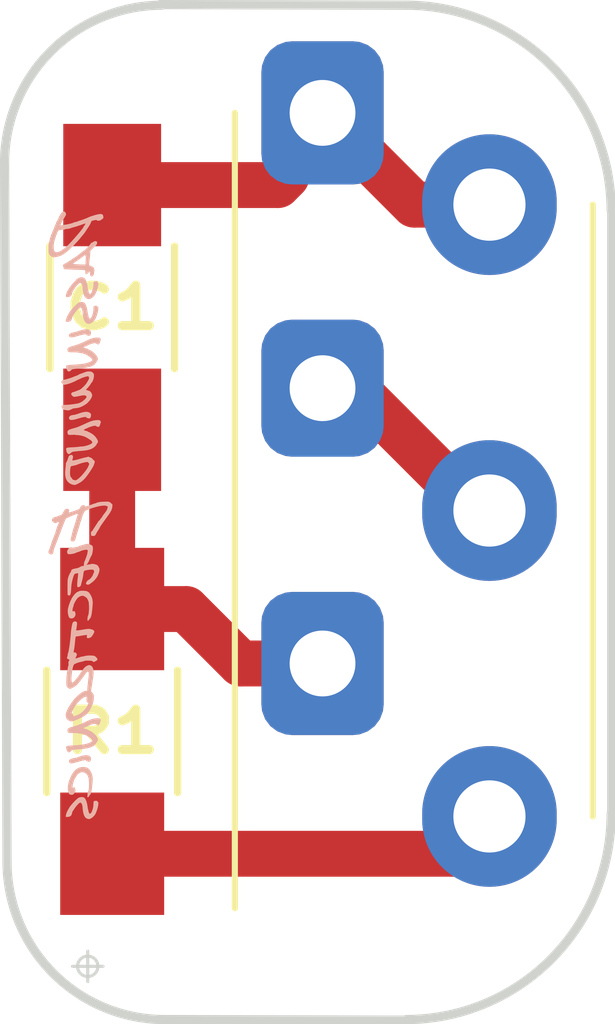
<source format=kicad_pcb>
(kicad_pcb (version 20171130) (host pcbnew "(5.1.5)-3")

  (general
    (thickness 1.6)
    (drawings 9)
    (tracks 16)
    (zones 0)
    (modules 4)
    (nets 1)
  )

  (page A4)
  (layers
    (0 F.Cu signal)
    (31 B.Cu signal)
    (32 B.Adhes user)
    (33 F.Adhes user)
    (34 B.Paste user)
    (35 F.Paste user)
    (36 B.SilkS user)
    (37 F.SilkS user)
    (38 B.Mask user)
    (39 F.Mask user)
    (40 Dwgs.User user)
    (41 Cmts.User user)
    (42 Eco1.User user)
    (43 Eco2.User user)
    (44 Edge.Cuts user)
    (45 Margin user)
    (46 B.CrtYd user)
    (47 F.CrtYd user)
    (48 B.Fab user)
    (49 F.Fab user)
  )

  (setup
    (last_trace_width 0.25)
    (user_trace_width 0.5)
    (user_trace_width 0.75)
    (user_trace_width 0.88)
    (user_trace_width 1)
    (trace_clearance 0.2)
    (zone_clearance 0.508)
    (zone_45_only no)
    (trace_min 0.2)
    (via_size 0.6)
    (via_drill 0.4)
    (via_min_size 0.4)
    (via_min_drill 0.3)
    (uvia_size 0.3)
    (uvia_drill 0.1)
    (uvias_allowed no)
    (uvia_min_size 0.2)
    (uvia_min_drill 0.1)
    (edge_width 0.15)
    (segment_width 0.2)
    (pcb_text_width 0.3)
    (pcb_text_size 1.5 1.5)
    (mod_edge_width 0.15)
    (mod_text_size 1 1)
    (mod_text_width 0.15)
    (pad_size 2 2.34)
    (pad_drill 1.076)
    (pad_to_mask_clearance 0.2)
    (solder_mask_min_width 0.25)
    (aux_axis_origin 129.92 74.83)
    (visible_elements 7FFFFFFF)
    (pcbplotparams
      (layerselection 0x00030_80000001)
      (usegerberextensions false)
      (usegerberattributes false)
      (usegerberadvancedattributes false)
      (creategerberjobfile false)
      (excludeedgelayer true)
      (linewidth 0.100000)
      (plotframeref false)
      (viasonmask false)
      (mode 1)
      (useauxorigin false)
      (hpglpennumber 1)
      (hpglpenspeed 20)
      (hpglpendiameter 15.000000)
      (psnegative false)
      (psa4output false)
      (plotreference true)
      (plotvalue true)
      (plotinvisibletext false)
      (padsonsilk false)
      (subtractmaskfromsilk false)
      (outputformat 1)
      (mirror false)
      (drillshape 1)
      (scaleselection 1)
      (outputdirectory ""))
  )

  (net 0 "")

  (net_class Default "This is the default net class."
    (clearance 0.2)
    (trace_width 0.25)
    (via_dia 0.6)
    (via_drill 0.4)
    (uvia_dia 0.3)
    (uvia_drill 0.1)
  )

  (module .pretty:PassinwindElectronics_100_10mm (layer B.Cu) (tedit 60A0AF65) (tstamp 60A11472)
    (at 131.21 66.58 270)
    (fp_text reference PWE (at 0 0 90) (layer B.SilkS) hide
      (effects (font (size 0.05 0.05) (thickness 0.0125)) (justify mirror))
    )
    (fp_text value LOGO (at 0.75 0 90) (layer B.SilkS) hide
      (effects (font (size 0.05 0.05) (thickness 0.0125)) (justify mirror))
    )
    (fp_poly (pts (xy 0.640054 0.515822) (xy 0.648175 0.510508) (xy 0.648814 0.509271) (xy 0.655605 0.498543)
      (xy 0.659416 0.494929) (xy 0.663744 0.486194) (xy 0.663271 0.473513) (xy 0.65891 0.46134)
      (xy 0.65157 0.454131) (xy 0.65103 0.453946) (xy 0.639261 0.449301) (xy 0.633412 0.446428)
      (xy 0.621255 0.443635) (xy 0.614823 0.444455) (xy 0.611178 0.445044) (xy 0.605867 0.444568)
      (xy 0.59785 0.442669) (xy 0.586088 0.43899) (xy 0.569541 0.433172) (xy 0.547169 0.424859)
      (xy 0.517932 0.413693) (xy 0.48079 0.399316) (xy 0.45974 0.391128) (xy 0.433163 0.38078)
      (xy 0.405813 0.370134) (xy 0.381485 0.360667) (xy 0.3683 0.355537) (xy 0.348473 0.347739)
      (xy 0.330332 0.340454) (xy 0.317724 0.33523) (xy 0.3175 0.335133) (xy 0.305978 0.330799)
      (xy 0.298868 0.329274) (xy 0.298686 0.329301) (xy 0.292361 0.327847) (xy 0.28004 0.323315)
      (xy 0.270746 0.319433) (xy 0.256587 0.313533) (xy 0.235653 0.305143) (xy 0.210682 0.295346)
      (xy 0.184411 0.285225) (xy 0.182402 0.284459) (xy 0.145259 0.269988) (xy 0.116869 0.258122)
      (xy 0.096301 0.248397) (xy 0.082622 0.240347) (xy 0.074901 0.233505) (xy 0.072689 0.229641)
      (xy 0.069312 0.221532) (xy 0.06265 0.20668) (xy 0.053801 0.187509) (xy 0.047536 0.174171)
      (xy 0.038233 0.153985) (xy 0.030857 0.137002) (xy 0.026348 0.125447) (xy 0.0254 0.121848)
      (xy 0.02322 0.113942) (xy 0.017882 0.101837) (xy 0.016988 0.100078) (xy 0.010207 0.084747)
      (xy 0.004523 0.067999) (xy 0.00059 0.052472) (xy -0.00094 0.0408) (xy 0.000589 0.035621)
      (xy 0.000986 0.035561) (xy 0.008175 0.037023) (xy 0.023348 0.041066) (xy 0.044811 0.047173)
      (xy 0.070872 0.054829) (xy 0.099836 0.063518) (xy 0.130011 0.072724) (xy 0.159704 0.081931)
      (xy 0.187221 0.090622) (xy 0.21087 0.098282) (xy 0.228957 0.104396) (xy 0.23876 0.108017)
      (xy 0.252858 0.112804) (xy 0.269073 0.117122) (xy 0.26924 0.117159) (xy 0.284625 0.120792)
      (xy 0.304162 0.125647) (xy 0.31496 0.12842) (xy 0.337374 0.134059) (xy 0.361577 0.139857)
      (xy 0.37084 0.141983) (xy 0.389901 0.146612) (xy 0.40758 0.151464) (xy 0.414955 0.153773)
      (xy 0.430799 0.156065) (xy 0.441789 0.149951) (xy 0.448708 0.134869) (xy 0.450064 0.128746)
      (xy 0.449117 0.110487) (xy 0.439262 0.096244) (xy 0.421235 0.086831) (xy 0.409885 0.084265)
      (xy 0.395466 0.081079) (xy 0.372584 0.074784) (xy 0.342334 0.065714) (xy 0.305813 0.054203)
      (xy 0.264115 0.040584) (xy 0.23876 0.032111) (xy 0.221614 0.026746) (xy 0.199696 0.020431)
      (xy 0.18034 0.015215) (xy 0.147107 0.006064) (xy 0.122814 -0.001862) (xy 0.107907 -0.008409)
      (xy 0.104394 -0.010853) (xy 0.095655 -0.014506) (xy 0.089154 -0.015214) (xy 0.073928 -0.017456)
      (xy 0.052918 -0.023481) (xy 0.028885 -0.032158) (xy 0.004592 -0.042356) (xy -0.017199 -0.052944)
      (xy -0.033726 -0.06279) (xy -0.040332 -0.068252) (xy -0.050747 -0.083116) (xy -0.062487 -0.106174)
      (xy -0.074969 -0.13564) (xy -0.087607 -0.169731) (xy -0.099817 -0.20666) (xy -0.111015 -0.244643)
      (xy -0.120616 -0.281895) (xy -0.128034 -0.316631) (xy -0.132687 -0.347065) (xy -0.133159 -0.351665)
      (xy -0.135301 -0.376853) (xy -0.136041 -0.394657) (xy -0.135228 -0.407776) (xy -0.132713 -0.418907)
      (xy -0.128825 -0.429565) (xy -0.11938 -0.45298) (xy -0.097774 -0.450105) (xy -0.070442 -0.443013)
      (xy -0.04164 -0.428433) (xy -0.009834 -0.405581) (xy -0.00908 -0.404973) (xy 0.017422 -0.384089)
      (xy 0.036998 -0.369964) (xy 0.05005 -0.362322) (xy 0.055722 -0.36068) (xy 0.062527 -0.357093)
      (xy 0.072021 -0.348198) (xy 0.074439 -0.34544) (xy 0.084269 -0.335625) (xy 0.092524 -0.330441)
      (xy 0.093905 -0.3302) (xy 0.101002 -0.326643) (xy 0.11127 -0.31765) (xy 0.116158 -0.31242)
      (xy 0.126002 -0.301881) (xy 0.133097 -0.295506) (xy 0.134785 -0.29464) (xy 0.139874 -0.291961)
      (xy 0.151763 -0.284608) (xy 0.16884 -0.27361) (xy 0.189496 -0.25999) (xy 0.196564 -0.25527)
      (xy 0.219562 -0.24004) (xy 0.24101 -0.22616) (xy 0.25877 -0.214991) (xy 0.270703 -0.207895)
      (xy 0.272233 -0.207069) (xy 0.285114 -0.198345) (xy 0.294168 -0.18874) (xy 0.294772 -0.187712)
      (xy 0.299317 -0.181732) (xy 0.30653 -0.178962) (xy 0.319341 -0.178689) (xy 0.329272 -0.179302)
      (xy 0.35814 -0.181417) (xy 0.359653 -0.206903) (xy 0.360078 -0.22234) (xy 0.357757 -0.231562)
      (xy 0.350831 -0.238476) (xy 0.341873 -0.244265) (xy 0.325911 -0.2535) (xy 0.310556 -0.261489)
      (xy 0.307564 -0.262884) (xy 0.293686 -0.270453) (xy 0.278068 -0.280779) (xy 0.274544 -0.283395)
      (xy 0.258201 -0.294391) (xy 0.239265 -0.305123) (xy 0.23368 -0.307878) (xy 0.212375 -0.31944)
      (xy 0.184704 -0.336993) (xy 0.15187 -0.359753) (xy 0.13462 -0.372305) (xy 0.123215 -0.380591)
      (xy 0.106658 -0.392465) (xy 0.088104 -0.405667) (xy 0.08382 -0.4087) (xy 0.062709 -0.423791)
      (xy 0.040456 -0.439951) (xy 0.021606 -0.453878) (xy 0.02032 -0.454843) (xy -0.021752 -0.483544)
      (xy -0.059855 -0.50335) (xy -0.094483 -0.514494) (xy -0.112357 -0.517023) (xy -0.146046 -0.519434)
      (xy -0.16621 -0.49927) (xy -0.182546 -0.478687) (xy -0.189323 -0.460931) (xy -0.190426 -0.447801)
      (xy -0.190785 -0.428491) (xy -0.190503 -0.405246) (xy -0.189679 -0.380312) (xy -0.188415 -0.355932)
      (xy -0.186811 -0.334351) (xy -0.184969 -0.317815) (xy -0.18299 -0.308568) (xy -0.182427 -0.307594)
      (xy -0.179164 -0.299463) (xy -0.177801 -0.286672) (xy -0.1778 -0.286626) (xy -0.175477 -0.273225)
      (xy -0.170011 -0.264019) (xy -0.164455 -0.256241) (xy -0.164218 -0.251967) (xy -0.163602 -0.244403)
      (xy -0.159869 -0.231029) (xy -0.156236 -0.22098) (xy -0.143285 -0.187003) (xy -0.131978 -0.155381)
      (xy -0.122714 -0.12741) (xy -0.115888 -0.104384) (xy -0.1119 -0.087595) (xy -0.111147 -0.078339)
      (xy -0.111986 -0.076971) (xy -0.119973 -0.072047) (xy -0.128076 -0.064964) (xy -0.134791 -0.05202)
      (xy -0.133377 -0.036834) (xy -0.124911 -0.021456) (xy -0.110473 -0.007936) (xy -0.093389 0.000906)
      (xy -0.082741 0.006531) (xy -0.074113 0.016181) (xy -0.065348 0.032446) (xy -0.063183 0.03718)
      (xy -0.055167 0.056319) (xy -0.046503 0.079117) (xy -0.037742 0.103835) (xy -0.029438 0.128733)
      (xy -0.022142 0.152069) (xy -0.016406 0.172105) (xy -0.012782 0.187099) (xy -0.011824 0.195311)
      (xy -0.012697 0.196285) (xy -0.021354 0.194081) (xy -0.035614 0.191421) (xy -0.041726 0.190453)
      (xy -0.0559 0.188822) (xy -0.063604 0.190471) (xy -0.068362 0.196854) (xy -0.070808 0.202446)
      (xy -0.074574 0.216999) (xy -0.072379 0.232204) (xy -0.071219 0.235922) (xy -0.066256 0.247629)
      (xy -0.061519 0.253744) (xy -0.060665 0.254001) (xy -0.054256 0.256554) (xy -0.042179 0.263198)
      (xy -0.029309 0.271074) (xy -0.013282 0.280754) (xy 0.000769 0.288311) (xy 0.008122 0.291493)
      (xy 0.016419 0.298112) (xy 0.025156 0.313363) (xy 0.031595 0.329029) (xy 0.042001 0.357061)
      (xy 0.049481 0.377988) (xy 0.054813 0.394165) (xy 0.058776 0.407946) (xy 0.061932 0.420744)
      (xy 0.068548 0.438575) (xy 0.079892 0.450425) (xy 0.083041 0.452475) (xy 0.095897 0.459023)
      (xy 0.106301 0.462204) (xy 0.107264 0.462262) (xy 0.120442 0.457855) (xy 0.133703 0.446384)
      (xy 0.144352 0.430554) (xy 0.147997 0.421382) (xy 0.151306 0.407387) (xy 0.150278 0.39861)
      (xy 0.146009 0.392444) (xy 0.139729 0.381516) (xy 0.134892 0.366509) (xy 0.134484 0.36449)
      (xy 0.13275 0.352099) (xy 0.134682 0.346713) (xy 0.141597 0.345452) (xy 0.143198 0.34544)
      (xy 0.155168 0.347714) (xy 0.161266 0.351259) (xy 0.169535 0.35624) (xy 0.185413 0.363216)
      (xy 0.206722 0.37145) (xy 0.231286 0.380208) (xy 0.256926 0.388754) (xy 0.281465 0.396353)
      (xy 0.302726 0.40227) (xy 0.318532 0.405768) (xy 0.324531 0.406401) (xy 0.333101 0.408385)
      (xy 0.33528 0.411384) (xy 0.339623 0.416041) (xy 0.34925 0.419758) (xy 0.361849 0.423733)
      (xy 0.378961 0.430232) (xy 0.38989 0.434816) (xy 0.40419 0.440512) (xy 0.413901 0.443313)
      (xy 0.416637 0.442951) (xy 0.418918 0.442737) (xy 0.420447 0.4445) (xy 0.427339 0.449212)
      (xy 0.440608 0.455442) (xy 0.456875 0.461859) (xy 0.472764 0.467135) (xy 0.484898 0.469941)
      (xy 0.48514 0.469969) (xy 0.505674 0.474939) (xy 0.52578 0.483021) (xy 0.53571 0.486795)
      (xy 0.551839 0.492227) (xy 0.570015 0.497938) (xy 0.587416 0.503756) (xy 0.600701 0.5092)
      (xy 0.607081 0.513124) (xy 0.607145 0.513218) (xy 0.614955 0.517612) (xy 0.627453 0.518335)
      (xy 0.640054 0.515822)) (layer B.SilkS) (width 0.01))
    (fp_poly (pts (xy -4.30521 0.51525) (xy -4.28291 0.514595) (xy -4.266843 0.513289) (xy -4.255045 0.511117)
      (xy -4.245554 0.507866) (xy -4.239513 0.504981) (xy -4.224405 0.493496) (xy -4.210423 0.476696)
      (xy -4.199384 0.457608) (xy -4.193104 0.439259) (xy -4.192746 0.42705) (xy -4.194982 0.415722)
      (xy -4.198422 0.398049) (xy -4.20236 0.377667) (xy -4.202737 0.375708) (xy -4.210942 0.343518)
      (xy -4.223378 0.312621) (xy -4.241085 0.281115) (xy -4.265108 0.247098) (xy -4.290331 0.2159)
      (xy -4.311842 0.191497) (xy -4.338018 0.163483) (xy -4.367223 0.133461) (xy -4.397821 0.103032)
      (xy -4.428175 0.073799) (xy -4.456649 0.047363) (xy -4.481608 0.025327) (xy -4.501169 0.009476)
      (xy -4.519897 -0.005246) (xy -4.540544 -0.022436) (xy -4.553543 -0.033816) (xy -4.571324 -0.048629)
      (xy -4.593202 -0.065135) (xy -4.614538 -0.079838) (xy -4.61518 -0.080253) (xy -4.636419 -0.09404)
      (xy -4.661567 -0.110523) (xy -4.686097 -0.126732) (xy -4.692673 -0.131106) (xy -4.714209 -0.144534)
      (xy -4.736157 -0.156685) (xy -4.754962 -0.165645) (xy -4.761253 -0.168058) (xy -4.776666 -0.173752)
      (xy -4.785413 -0.179659) (xy -4.790524 -0.189036) (xy -4.794762 -0.2041) (xy -4.801104 -0.231888)
      (xy -4.804312 -0.252566) (xy -4.804299 -0.265288) (xy -4.801364 -0.26924) (xy -4.795341 -0.273552)
      (xy -4.792444 -0.284582) (xy -4.792413 -0.299469) (xy -4.794987 -0.31535) (xy -4.799908 -0.329363)
      (xy -4.806914 -0.338649) (xy -4.807724 -0.33921) (xy -4.813851 -0.346271) (xy -4.819649 -0.35687)
      (xy -4.825633 -0.36639) (xy -4.834785 -0.370245) (xy -4.844942 -0.370765) (xy -4.861478 -0.368978)
      (xy -4.875888 -0.364733) (xy -4.8768 -0.364296) (xy -4.886097 -0.355924) (xy -4.891142 -0.341864)
      (xy -4.891884 -0.321474) (xy -4.888266 -0.294114) (xy -4.880235 -0.259143) (xy -4.867736 -0.215921)
      (xy -4.862966 -0.20081) (xy -4.855215 -0.177544) (xy -4.847868 -0.157077) (xy -4.841829 -0.141831)
      (xy -4.838386 -0.13477) (xy -4.834226 -0.126418) (xy -4.827706 -0.111137) (xy -4.819659 -0.091128)
      (xy -4.816931 -0.08409) (xy -4.7498 -0.08409) (xy -4.745735 -0.086426) (xy -4.735752 -0.085086)
      (xy -4.723168 -0.080629) (xy -4.719968 -0.079074) (xy -4.707572 -0.071217) (xy -4.699278 -0.063834)
      (xy -4.689939 -0.057069) (xy -4.684408 -0.055696) (xy -4.676431 -0.052262) (xy -4.662076 -0.042745)
      (xy -4.642359 -0.028031) (xy -4.618297 -0.009004) (xy -4.590908 0.013452) (xy -4.561208 0.038451)
      (xy -4.530214 0.06511) (xy -4.498943 0.092544) (xy -4.468413 0.119868) (xy -4.439639 0.146198)
      (xy -4.41364 0.170649) (xy -4.391431 0.192337) (xy -4.37403 0.210377) (xy -4.362454 0.223884)
      (xy -4.361482 0.22519) (xy -4.350128 0.239544) (xy -4.33903 0.251631) (xy -4.334872 0.255403)
      (xy -4.32533 0.265622) (xy -4.320581 0.274194) (xy -4.315172 0.284167) (xy -4.305723 0.296461)
      (xy -4.303346 0.299093) (xy -4.291984 0.315049) (xy -4.281155 0.336531) (xy -4.272507 0.359539)
      (xy -4.267687 0.380077) (xy -4.2672 0.386785) (xy -4.270959 0.409424) (xy -4.282441 0.425511)
      (xy -4.30196 0.435441) (xy -4.306478 0.436636) (xy -4.340482 0.441999) (xy -4.377192 0.442429)
      (xy -4.417713 0.437734) (xy -4.463147 0.427723) (xy -4.514599 0.412204) (xy -4.573173 0.390986)
      (xy -4.575853 0.389949) (xy -4.600616 0.380094) (xy -4.617389 0.372514) (xy -4.627765 0.366102)
      (xy -4.633333 0.359749) (xy -4.635685 0.352348) (xy -4.636148 0.34798) (xy -4.637571 0.337263)
      (xy -4.640413 0.321148) (xy -4.642391 0.311199) (xy -4.645004 0.2947) (xy -4.645658 0.281538)
      (xy -4.644961 0.27687) (xy -4.64539 0.267325) (xy -4.650182 0.25668) (xy -4.655562 0.242725)
      (xy -4.658236 0.223575) (xy -4.65836 0.218492) (xy -4.660255 0.198706) (xy -4.665103 0.176128)
      (xy -4.668989 0.163704) (xy -4.676366 0.142865) (xy -4.682234 0.124316) (xy -4.687918 0.103626)
      (xy -4.692914 0.08382) (xy -4.696411 0.071795) (xy -4.702617 0.05253) (xy -4.710762 0.028334)
      (xy -4.72008 0.001515) (xy -4.723867 -0.00916) (xy -4.732866 -0.034515) (xy -4.740509 -0.05632)
      (xy -4.746205 -0.072865) (xy -4.74936 -0.082439) (xy -4.7498 -0.08409) (xy -4.816931 -0.08409)
      (xy -4.810919 -0.068587) (xy -4.802319 -0.045715) (xy -4.794695 -0.024708) (xy -4.788879 -0.007766)
      (xy -4.785705 0.002914) (xy -4.78536 0.005035) (xy -4.783503 0.012267) (xy -4.778661 0.025736)
      (xy -4.77266 0.04064) (xy -4.765923 0.058646) (xy -4.761318 0.074776) (xy -4.75996 0.083846)
      (xy -4.757128 0.098525) (xy -4.752682 0.108129) (xy -4.747355 0.11992) (xy -4.74101 0.139447)
      (xy -4.734208 0.164409) (xy -4.727511 0.192504) (xy -4.721479 0.221433) (xy -4.716676 0.248895)
      (xy -4.714533 0.264406) (xy -4.711776 0.285664) (xy -4.708986 0.304177) (xy -4.70666 0.316728)
      (xy -4.706149 0.31877) (xy -4.706145 0.327095) (xy -4.712617 0.329914) (xy -4.725863 0.327113)
      (xy -4.746183 0.31858) (xy -4.773875 0.3042) (xy -4.809237 0.283861) (xy -4.828115 0.272502)
      (xy -4.849663 0.259723) (xy -4.868505 0.249164) (xy -4.882743 0.241847) (xy -4.890478 0.238792)
      (xy -4.890847 0.238761) (xy -4.903846 0.241472) (xy -4.917464 0.248161) (xy -4.928231 0.256661)
      (xy -4.93268 0.264804) (xy -4.93268 0.264902) (xy -4.927979 0.287858) (xy -4.914284 0.306657)
      (xy -4.892791 0.320202) (xy -4.87663 0.328219) (xy -4.863405 0.336625) (xy -4.858704 0.34071)
      (xy -4.85076 0.347017) (xy -4.845852 0.347691) (xy -4.839674 0.34863) (xy -4.827363 0.353317)
      (xy -4.811597 0.360441) (xy -4.795054 0.368691) (xy -4.780413 0.376757) (xy -4.770351 0.383327)
      (xy -4.767659 0.385954) (xy -4.760252 0.390691) (xy -4.756801 0.39116) (xy -4.748202 0.393219)
      (xy -4.734119 0.398521) (xy -4.722811 0.403516) (xy -4.703874 0.411871) (xy -4.680722 0.42136)
      (xy -4.6609 0.428978) (xy -4.641148 0.436564) (xy -4.623285 0.443949) (xy -4.611119 0.449559)
      (xy -4.610959 0.449643) (xy -4.598428 0.455021) (xy -4.5889 0.4572) (xy -4.579713 0.460171)
      (xy -4.568361 0.467318) (xy -4.568307 0.467361) (xy -4.555837 0.474651) (xy -4.544645 0.477632)
      (xy -4.533587 0.479758) (xy -4.518346 0.484984) (xy -4.51195 0.487705) (xy -4.496333 0.493677)
      (xy -4.482777 0.49702) (xy -4.47893 0.497298) (xy -4.468072 0.498672) (xy -4.451908 0.5026)
      (xy -4.43992 0.506274) (xy -4.425927 0.510205) (xy -4.410088 0.512897) (xy -4.390245 0.514542)
      (xy -4.364243 0.51533) (xy -4.335704 0.515468) (xy -4.30521 0.51525)) (layer B.SilkS) (width 0.01))
    (fp_poly (pts (xy -2.390452 0.22717) (xy -2.36872 0.222703) (xy -2.348982 0.214925) (xy -2.344816 0.212517)
      (xy -2.333239 0.204219) (xy -2.328588 0.196816) (xy -2.328833 0.186403) (xy -2.32942 0.18288)
      (xy -2.332774 0.17059) (xy -2.336891 0.163652) (xy -2.337496 0.163317) (xy -2.344116 0.158618)
      (xy -2.353414 0.149676) (xy -2.353921 0.149132) (xy -2.359179 0.142069) (xy -2.363125 0.132622)
      (xy -2.366257 0.118723) (xy -2.369076 0.09831) (xy -2.371308 0.077255) (xy -2.374016 0.048082)
      (xy -2.376583 0.01727) (xy -2.378652 -0.010753) (xy -2.379563 -0.0254) (xy -2.383377 -0.064045)
      (xy -2.390278 -0.10325) (xy -2.399654 -0.140919) (xy -2.410892 -0.174953) (xy -2.423381 -0.203255)
      (xy -2.436506 -0.223727) (xy -2.437979 -0.22543) (xy -2.448656 -0.235286) (xy -2.464809 -0.247907)
      (xy -2.48322 -0.260799) (xy -2.486045 -0.262646) (xy -2.504623 -0.274121) (xy -2.518929 -0.280488)
      (xy -2.53176 -0.281669) (xy -2.545915 -0.277586) (xy -2.564193 -0.268162) (xy -2.577984 -0.260101)
      (xy -2.607007 -0.238125) (xy -2.634524 -0.208308) (xy -2.658622 -0.172959) (xy -2.672588 -0.145815)
      (xy -2.680426 -0.129406) (xy -2.687504 -0.116432) (xy -2.691638 -0.11049) (xy -2.696216 -0.101169)
      (xy -2.697614 -0.091694) (xy -2.699804 -0.078832) (xy -2.705092 -0.062808) (xy -2.706963 -0.05842)
      (xy -2.716179 -0.0381) (xy -2.73223 -0.069705) (xy -2.740304 -0.08663) (xy -2.746069 -0.100673)
      (xy -2.74828 -0.108804) (xy -2.74828 -0.108822) (xy -2.752121 -0.118154) (xy -2.754663 -0.120397)
      (xy -2.759413 -0.127281) (xy -2.765686 -0.141511) (xy -2.772659 -0.160547) (xy -2.779509 -0.18185)
      (xy -2.785413 -0.20288) (xy -2.78955 -0.221097) (xy -2.791075 -0.23281) (xy -2.787239 -0.254289)
      (xy -2.780176 -0.265819) (xy -2.772449 -0.277013) (xy -2.768675 -0.285639) (xy -2.7686 -0.286438)
      (xy -2.773481 -0.299295) (xy -2.787443 -0.310229) (xy -2.806991 -0.317753) (xy -2.823701 -0.322335)
      (xy -2.837688 -0.326161) (xy -2.84226 -0.327408) (xy -2.853973 -0.326627) (xy -2.86258 -0.322337)
      (xy -2.867584 -0.317183) (xy -2.870626 -0.30962) (xy -2.872161 -0.297302) (xy -2.872642 -0.277887)
      (xy -2.872648 -0.270281) (xy -2.871546 -0.245226) (xy -2.867989 -0.220511) (xy -2.861443 -0.194447)
      (xy -2.851373 -0.165346) (xy -2.837245 -0.131518) (xy -2.818524 -0.091276) (xy -2.811198 -0.0762)
      (xy -2.799333 -0.05163) (xy -2.789166 -0.029903) (xy -2.781517 -0.012827) (xy -2.777208 -0.002209)
      (xy -2.776574 0) (xy -2.773975 0.00885) (xy -2.768491 0.022898) (xy -2.764769 0.031442)
      (xy -2.759135 0.046036) (xy -2.752073 0.067463) (xy -2.744541 0.092679) (xy -2.73837 0.115262)
      (xy -2.728591 0.149824) (xy -2.719292 0.175304) (xy -2.70974 0.192706) (xy -2.699196 0.203035)
      (xy -2.686927 0.207295) (xy -2.672196 0.206492) (xy -2.67164 0.206387) (xy -2.660761 0.204112)
      (xy -2.65291 0.201107) (xy -2.647578 0.195846) (xy -2.644254 0.186804) (xy -2.642429 0.172456)
      (xy -2.641593 0.151278) (xy -2.641236 0.121745) (xy -2.641182 0.115312) (xy -2.640679 0.087861)
      (xy -2.639726 0.064122) (xy -2.638437 0.045893) (xy -2.636924 0.034971) (xy -2.635977 0.032684)
      (xy -2.633268 0.026354) (xy -2.631592 0.01352) (xy -2.63134 0.006051) (xy -2.629166 -0.012335)
      (xy -2.623503 -0.036125) (xy -2.615453 -0.061994) (xy -2.606123 -0.086621) (xy -2.596614 -0.106682)
      (xy -2.590917 -0.115627) (xy -2.581986 -0.127903) (xy -2.570744 -0.144252) (xy -2.563908 -0.154574)
      (xy -2.543706 -0.18019) (xy -2.52278 -0.195919) (xy -2.51206 -0.200128) (xy -2.501367 -0.197974)
      (xy -2.490059 -0.185743) (xy -2.478169 -0.163499) (xy -2.465729 -0.131303) (xy -2.452773 -0.089218)
      (xy -2.451151 -0.08338) (xy -2.447434 -0.065807) (xy -2.443505 -0.040185) (xy -2.439596 -0.008613)
      (xy -2.435937 0.026806) (xy -2.432759 0.063973) (xy -2.430293 0.100786) (xy -2.429711 0.11176)
      (xy -2.427383 0.15162) (xy -2.424725 0.184197) (xy -2.421838 0.208369) (xy -2.42015 0.217854)
      (xy -2.417873 0.224789) (xy -2.413117 0.227985) (xy -2.403126 0.228305) (xy -2.390452 0.22717)) (layer B.SilkS) (width 0.01))
    (fp_poly (pts (xy -1.038364 0.227087) (xy -1.015034 0.222242) (xy -0.995918 0.213645) (xy -0.982743 0.20251)
      (xy -0.977236 0.190049) (xy -0.977679 0.184496) (xy -0.983176 0.173227) (xy -0.993215 0.159899)
      (xy -0.997422 0.155401) (xy -1.005435 0.146564) (xy -1.010894 0.137484) (xy -1.014747 0.12549)
      (xy -1.017942 0.107909) (xy -1.020277 0.090986) (xy -1.023196 0.066082) (xy -1.026316 0.035255)
      (xy -1.029231 0.002725) (xy -1.031227 -0.02286) (xy -1.036495 -0.076827) (xy -1.044199 -0.122078)
      (xy -1.054736 -0.159852) (xy -1.068505 -0.191386) (xy -1.085906 -0.217917) (xy -1.098704 -0.23241)
      (xy -1.112252 -0.245417) (xy -1.123636 -0.254912) (xy -1.130603 -0.259034) (xy -1.131007 -0.25908)
      (xy -1.138553 -0.262129) (xy -1.149656 -0.269704) (xy -1.152726 -0.272193) (xy -1.164239 -0.279899)
      (xy -1.176039 -0.282545) (xy -1.190116 -0.279797) (xy -1.208461 -0.271322) (xy -1.228753 -0.259453)
      (xy -1.261675 -0.233967) (xy -1.291285 -0.20082) (xy -1.315552 -0.16243) (xy -1.322799 -0.14732)
      (xy -1.330622 -0.130216) (xy -1.337383 -0.116687) (xy -1.34166 -0.109574) (xy -1.34175 -0.109474)
      (xy -1.345652 -0.100538) (xy -1.3462 -0.095606) (xy -1.348006 -0.084913) (xy -1.352477 -0.071201)
      (xy -1.358194 -0.057875) (xy -1.36374 -0.048338) (xy -1.366987 -0.04572) (xy -1.371366 -0.049852)
      (xy -1.378322 -0.06028) (xy -1.386223 -0.074049) (xy -1.393442 -0.088207) (xy -1.398348 -0.0998)
      (xy -1.399532 -0.104721) (xy -1.402571 -0.113377) (xy -1.405228 -0.117421) (xy -1.409188 -0.125093)
      (xy -1.415282 -0.139924) (xy -1.422514 -0.159407) (xy -1.426732 -0.171537) (xy -1.436673 -0.205407)
      (xy -1.440809 -0.231735) (xy -1.43918 -0.251292) (xy -1.431821 -0.264847) (xy -1.43129 -0.265394)
      (xy -1.423832 -0.278037) (xy -1.422481 -0.292243) (xy -1.427025 -0.304304) (xy -1.43383 -0.30958)
      (xy -1.443805 -0.31316) (xy -1.45845 -0.317989) (xy -1.474544 -0.32306) (xy -1.488863 -0.327367)
      (xy -1.498183 -0.329904) (xy -1.499867 -0.3302) (xy -1.504492 -0.327116) (xy -1.513081 -0.319655)
      (xy -1.513533 -0.319236) (xy -1.519086 -0.313351) (xy -1.522368 -0.306775) (xy -1.523772 -0.297069)
      (xy -1.523689 -0.281792) (xy -1.522714 -0.262086) (xy -1.52073 -0.239431) (xy -1.517051 -0.21735)
      (xy -1.511135 -0.194194) (xy -1.502444 -0.168313) (xy -1.490435 -0.138059) (xy -1.47457 -0.101782)
      (xy -1.459326 -0.06858) (xy -1.441949 -0.030979) (xy -1.428266 -0.000545) (xy -1.417521 0.024691)
      (xy -1.408958 0.046696) (xy -1.40182 0.06744) (xy -1.395352 0.088888) (xy -1.388798 0.11301)
      (xy -1.387185 0.119195) (xy -1.377693 0.152666) (xy -1.368593 0.177113) (xy -1.359115 0.193607)
      (xy -1.348491 0.203219) (xy -1.335952 0.207017) (xy -1.324411 0.206642) (xy -1.309905 0.204157)
      (xy -1.300049 0.200055) (xy -1.294097 0.192637) (xy -1.291298 0.180203) (xy -1.290907 0.161052)
      (xy -1.292173 0.133487) (xy -1.292178 0.133413) (xy -1.293279 0.106725) (xy -1.293137 0.087873)
      (xy -1.291777 0.077739) (xy -1.290502 0.0762) (xy -1.287703 0.072472) (xy -1.288513 0.068503)
      (xy -1.289497 0.058125) (xy -1.288205 0.04046) (xy -1.28506 0.018016) (xy -1.280486 -0.006697)
      (xy -1.274908 -0.031174) (xy -1.26875 -0.052904) (xy -1.26721 -0.057498) (xy -1.259989 -0.076059)
      (xy -1.250769 -0.095278) (xy -1.238493 -0.117035) (xy -1.222106 -0.143206) (xy -1.201817 -0.173796)
      (xy -1.186711 -0.189954) (xy -1.172397 -0.19731) (xy -1.160884 -0.199472) (xy -1.152632 -0.196744)
      (xy -1.1433 -0.187518) (xy -1.142053 -0.186074) (xy -1.130488 -0.168137) (xy -1.119155 -0.142694)
      (xy -1.108823 -0.112381) (xy -1.100262 -0.079838) (xy -1.094242 -0.047702) (xy -1.091532 -0.018612)
      (xy -1.091458 -0.0127) (xy -1.090611 0.001147) (xy -1.088351 0.019674) (xy -1.086625 0.03048)
      (xy -1.08461 0.046032) (xy -1.082563 0.068906) (xy -1.080701 0.096265) (xy -1.079236 0.125274)
      (xy -1.078997 0.131358) (xy -1.077686 0.158625) (xy -1.075952 0.183163) (xy -1.073993 0.202734)
      (xy -1.072009 0.215096) (xy -1.071407 0.217145) (xy -1.067894 0.224414) (xy -1.062616 0.227852)
      (xy -1.052656 0.228337) (xy -1.038364 0.227087)) (layer B.SilkS) (width 0.01))
    (fp_poly (pts (xy 3.833093 0.227114) (xy 3.855514 0.222194) (xy 3.876585 0.213114) (xy 3.892657 0.201619)
      (xy 3.896988 0.196564) (xy 3.897569 0.189253) (xy 3.894833 0.178229) (xy 3.890326 0.167891)
      (xy 3.885591 0.16264) (xy 3.885052 0.16256) (xy 3.87931 0.159091) (xy 3.870637 0.150627)
      (xy 3.869656 0.149521) (xy 3.864972 0.14319) (xy 3.861152 0.135193) (xy 3.857984 0.124213)
      (xy 3.855254 0.108935) (xy 3.85275 0.088044) (xy 3.850256 0.060223) (xy 3.847561 0.024157)
      (xy 3.846239 0.00508) (xy 3.840838 -0.05076) (xy 3.832751 -0.101424) (xy 3.822256 -0.145859)
      (xy 3.809633 -0.183012) (xy 3.795163 -0.211828) (xy 3.785043 -0.22543) (xy 3.774355 -0.235287)
      (xy 3.758193 -0.247908) (xy 3.739776 -0.260801) (xy 3.736955 -0.262646) (xy 3.718377 -0.274121)
      (xy 3.704071 -0.280488) (xy 3.69124 -0.281669) (xy 3.677085 -0.277586) (xy 3.658807 -0.268162)
      (xy 3.645016 -0.260101) (xy 3.615993 -0.238125) (xy 3.588476 -0.208308) (xy 3.564378 -0.172959)
      (xy 3.550412 -0.145815) (xy 3.542574 -0.129406) (xy 3.535496 -0.116432) (xy 3.531362 -0.11049)
      (xy 3.526784 -0.101169) (xy 3.525386 -0.091694) (xy 3.523196 -0.078832) (xy 3.517908 -0.062808)
      (xy 3.516037 -0.05842) (xy 3.506821 -0.0381) (xy 3.49077 -0.069705) (xy 3.482696 -0.08663)
      (xy 3.476931 -0.100673) (xy 3.47472 -0.108804) (xy 3.47472 -0.108822) (xy 3.470879 -0.118154)
      (xy 3.468337 -0.120397) (xy 3.463587 -0.127281) (xy 3.457314 -0.141511) (xy 3.450341 -0.160547)
      (xy 3.443491 -0.18185) (xy 3.437587 -0.20288) (xy 3.43345 -0.221097) (xy 3.431925 -0.23281)
      (xy 3.435761 -0.254289) (xy 3.442824 -0.265819) (xy 3.450551 -0.277013) (xy 3.454325 -0.285639)
      (xy 3.4544 -0.286438) (xy 3.449519 -0.299295) (xy 3.435557 -0.310229) (xy 3.416009 -0.317753)
      (xy 3.399299 -0.322335) (xy 3.385312 -0.326161) (xy 3.38074 -0.327408) (xy 3.369031 -0.326624)
      (xy 3.36042 -0.322326) (xy 3.355439 -0.317239) (xy 3.352449 -0.309861) (xy 3.351013 -0.297843)
      (xy 3.350695 -0.278835) (xy 3.350765 -0.270271) (xy 3.352287 -0.243064) (xy 3.356582 -0.216031)
      (xy 3.364203 -0.187418) (xy 3.375698 -0.15547) (xy 3.39162 -0.118433) (xy 3.41171 -0.0762)
      (xy 3.423604 -0.051636) (xy 3.433797 -0.029914) (xy 3.441466 -0.012839) (xy 3.445788 -0.002217)
      (xy 3.446426 0) (xy 3.449025 0.00885) (xy 3.454509 0.022898) (xy 3.458231 0.031442)
      (xy 3.463865 0.046036) (xy 3.470927 0.067463) (xy 3.478459 0.092679) (xy 3.48463 0.115262)
      (xy 3.494409 0.149824) (xy 3.503708 0.175304) (xy 3.51326 0.192706) (xy 3.523804 0.203035)
      (xy 3.536073 0.207295) (xy 3.550804 0.206492) (xy 3.55136 0.206387) (xy 3.562241 0.204112)
      (xy 3.570093 0.201106) (xy 3.575425 0.195843) (xy 3.578748 0.186798) (xy 3.580572 0.172446)
      (xy 3.581407 0.151262) (xy 3.581764 0.12172) (xy 3.581818 0.115348) (xy 3.582318 0.088173)
      (xy 3.583265 0.064972) (xy 3.584547 0.04746) (xy 3.586052 0.037355) (xy 3.587023 0.03556)
      (xy 3.589575 0.030978) (xy 3.591266 0.019207) (xy 3.59166 0.00889) (xy 3.593866 -0.011273)
      (xy 3.599635 -0.036462) (xy 3.607876 -0.063316) (xy 3.617498 -0.088476) (xy 3.62741 -0.108585)
      (xy 3.632083 -0.115627) (xy 3.641014 -0.127903) (xy 3.652256 -0.144252) (xy 3.659092 -0.154574)
      (xy 3.679294 -0.18019) (xy 3.70022 -0.195919) (xy 3.71094 -0.200128) (xy 3.721619 -0.197972)
      (xy 3.73292 -0.185759) (xy 3.7448 -0.163569) (xy 3.757217 -0.131484) (xy 3.770128 -0.089585)
      (xy 3.771731 -0.08382) (xy 3.775577 -0.065755) (xy 3.779611 -0.039676) (xy 3.783595 -0.007716)
      (xy 3.787293 0.027989) (xy 3.790464 0.065303) (xy 3.792873 0.102092) (xy 3.793243 0.10922)
      (xy 3.795669 0.151224) (xy 3.798359 0.184678) (xy 3.801254 0.208947) (xy 3.80285 0.217854)
      (xy 3.805092 0.224738) (xy 3.809765 0.227947) (xy 3.819591 0.228315) (xy 3.833093 0.227114)) (layer B.SilkS) (width 0.01))
    (fp_poly (pts (xy 0.634931 0.211195) (xy 0.646552 0.20701) (xy 0.654321 0.202539) (xy 0.65811 0.196518)
      (xy 0.658984 0.185847) (xy 0.658357 0.17272) (xy 0.655657 0.146092) (xy 0.65127 0.120119)
      (xy 0.645817 0.097712) (xy 0.639919 0.081784) (xy 0.638373 0.079038) (xy 0.633138 0.068004)
      (xy 0.627416 0.05184) (xy 0.624894 0.04318) (xy 0.618182 0.022429) (xy 0.609567 0.001073)
      (xy 0.606659 -0.00508) (xy 0.599938 -0.022107) (xy 0.59388 -0.043717) (xy 0.589072 -0.066803)
      (xy 0.586103 -0.088261) (xy 0.585562 -0.104985) (xy 0.586551 -0.111166) (xy 0.593997 -0.119843)
      (xy 0.607098 -0.124769) (xy 0.621711 -0.124863) (xy 0.629254 -0.122276) (xy 0.640347 -0.119046)
      (xy 0.646495 -0.11962) (xy 0.653406 -0.118837) (xy 0.667677 -0.115024) (xy 0.687226 -0.108907)
      (xy 0.709972 -0.101213) (xy 0.733833 -0.092668) (xy 0.756729 -0.083997) (xy 0.776578 -0.075928)
      (xy 0.791301 -0.069187) (xy 0.791923 -0.068867) (xy 0.805946 -0.064584) (xy 0.824608 -0.062534)
      (xy 0.832281 -0.062535) (xy 0.847197 -0.062191) (xy 0.856937 -0.060257) (xy 0.859054 -0.05842)
      (xy 0.859736 -0.050227) (xy 0.860698 -0.037037) (xy 0.8608 -0.03556) (xy 0.864412 -0.020903)
      (xy 0.872237 -0.003541) (xy 0.877435 0.00508) (xy 0.886327 0.020831) (xy 0.893301 0.03982)
      (xy 0.899306 0.064895) (xy 0.901816 0.078202) (xy 0.907879 0.107168) (xy 0.914496 0.127264)
      (xy 0.922419 0.13978) (xy 0.932399 0.146004) (xy 0.942087 0.14732) (xy 0.953266 0.149877)
      (xy 0.958597 0.154193) (xy 0.965466 0.159892) (xy 0.979291 0.167723) (xy 0.997417 0.176519)
      (xy 1.017192 0.185108) (xy 1.035963 0.192322) (xy 1.051076 0.196991) (xy 1.058249 0.19812)
      (xy 1.06902 0.19958) (xy 1.073866 0.202304) (xy 1.079344 0.203331) (xy 1.093293 0.204204)
      (xy 1.114026 0.204918) (xy 1.139854 0.205467) (xy 1.169089 0.205845) (xy 1.200043 0.206046)
      (xy 1.231029 0.206065) (xy 1.260359 0.205895) (xy 1.286345 0.20553) (xy 1.307298 0.204964)
      (xy 1.321531 0.204191) (xy 1.327356 0.203206) (xy 1.327362 0.2032) (xy 1.330558 0.196809)
      (xy 1.333121 0.189513) (xy 1.333756 0.179719) (xy 1.328361 0.172019) (xy 1.316068 0.166109)
      (xy 1.296012 0.161681) (xy 1.267325 0.158429) (xy 1.239996 0.156597) (xy 1.201393 0.154206)
      (xy 1.169957 0.151427) (xy 1.142695 0.147806) (xy 1.116615 0.142889) (xy 1.088724 0.136225)
      (xy 1.0668 0.130353) (xy 1.035683 0.12146) (xy 1.012976 0.11398) (xy 0.997177 0.107106)
      (xy 0.98678 0.100028) (xy 0.980284 0.091936) (xy 0.976183 0.08202) (xy 0.976022 0.081488)
      (xy 0.972127 0.064288) (xy 0.970299 0.047951) (xy 0.97028 0.046592) (xy 0.97028 0.030863)
      (xy 1.00457 0.033394) (xy 1.02901 0.035637) (xy 1.056371 0.038787) (xy 1.07442 0.041248)
      (xy 1.097702 0.043993) (xy 1.125383 0.046189) (xy 1.151704 0.047385) (xy 1.15316 0.047416)
      (xy 1.17414 0.047663) (xy 1.187047 0.047078) (xy 1.193963 0.045179) (xy 1.196967 0.041485)
      (xy 1.197933 0.037062) (xy 1.195838 0.024539) (xy 1.188229 0.011005) (xy 1.177746 -0.000034)
      (xy 1.167029 -0.005072) (xy 1.166174 -0.005111) (xy 1.157142 -0.006503) (xy 1.140904 -0.010243)
      (xy 1.11997 -0.015718) (xy 1.10236 -0.020692) (xy 1.074095 -0.028106) (xy 1.043216 -0.034896)
      (xy 1.014668 -0.04002) (xy 1.0033 -0.041575) (xy 0.974995 -0.045171) (xy 0.955071 -0.048817)
      (xy 0.941779 -0.053374) (xy 0.933372 -0.059702) (xy 0.928102 -0.068662) (xy 0.924403 -0.080419)
      (xy 0.920186 -0.098295) (xy 0.917055 -0.114822) (xy 0.916422 -0.11938) (xy 0.91313 -0.149025)
      (xy 0.911119 -0.170457) (xy 0.910392 -0.185544) (xy 0.91095 -0.196152) (xy 0.912796 -0.204146)
      (xy 0.915931 -0.211395) (xy 0.916518 -0.212545) (xy 0.923059 -0.222791) (xy 0.931146 -0.227428)
      (xy 0.944825 -0.228592) (xy 0.946928 -0.2286) (xy 0.964032 -0.226714) (xy 0.974762 -0.221629)
      (xy 0.97536 -0.22098) (xy 0.985493 -0.214569) (xy 0.99212 -0.21336) (xy 1.001752 -0.210454)
      (xy 1.016381 -0.202956) (xy 1.033128 -0.192695) (xy 1.049117 -0.1815) (xy 1.06147 -0.171201)
      (xy 1.065643 -0.166619) (xy 1.074949 -0.155434) (xy 1.079613 -0.150472) (xy 1.085806 -0.141789)
      (xy 1.08712 -0.137263) (xy 1.09118 -0.128762) (xy 1.10138 -0.118104) (xy 1.114746 -0.107624)
      (xy 1.128304 -0.099659) (xy 1.138959 -0.096544) (xy 1.148556 -0.098062) (xy 1.153611 -0.104613)
      (xy 1.156094 -0.114618) (xy 1.157152 -0.125815) (xy 1.154819 -0.136201) (xy 1.147976 -0.149013)
      (xy 1.140058 -0.16093) (xy 1.111296 -0.199222) (xy 1.082366 -0.23005) (xy 1.050797 -0.255848)
      (xy 1.02921 -0.270143) (xy 1.022102 -0.273783) (xy 1.008448 -0.280246) (xy 0.990991 -0.288235)
      (xy 0.98806 -0.289555) (xy 0.964491 -0.29838) (xy 0.940598 -0.304348) (xy 0.918836 -0.307132)
      (xy 0.901659 -0.306402) (xy 0.89207 -0.302397) (xy 0.883382 -0.296984) (xy 0.871738 -0.29207)
      (xy 0.857985 -0.284219) (xy 0.846895 -0.273423) (xy 0.840819 -0.261706) (xy 0.835091 -0.244732)
      (xy 0.830298 -0.225372) (xy 0.827028 -0.206496) (xy 0.825866 -0.190972) (xy 0.827401 -0.181671)
      (xy 0.827973 -0.180914) (xy 0.831772 -0.172465) (xy 0.833446 -0.160273) (xy 0.834862 -0.145088)
      (xy 0.838088 -0.125797) (xy 0.842338 -0.106106) (xy 0.846827 -0.08972) (xy 0.850176 -0.08128)
      (xy 0.849466 -0.080492) (xy 0.84332 -0.086025) (xy 0.834419 -0.09525) (xy 0.822226 -0.107006)
      (xy 0.811677 -0.114847) (xy 0.806574 -0.11684) (xy 0.796969 -0.120456) (xy 0.79248 -0.12446)
      (xy 0.784492 -0.130908) (xy 0.780427 -0.132134) (xy 0.773017 -0.134319) (xy 0.759078 -0.140033)
      (xy 0.741091 -0.148106) (xy 0.721538 -0.157371) (xy 0.7029 -0.16666) (xy 0.687658 -0.174804)
      (xy 0.680041 -0.179396) (xy 0.669422 -0.185346) (xy 0.662355 -0.18728) (xy 0.662261 -0.187259)
      (xy 0.655053 -0.187889) (xy 0.64208 -0.190761) (xy 0.636006 -0.192409) (xy 0.619464 -0.195757)
      (xy 0.597669 -0.198384) (xy 0.576857 -0.199656) (xy 0.553079 -0.199282) (xy 0.5366 -0.195493)
      (xy 0.524906 -0.186568) (xy 0.515477 -0.170786) (xy 0.508091 -0.152645) (xy 0.501383 -0.13126)
      (xy 0.499361 -0.113348) (xy 0.500595 -0.098378) (xy 0.503463 -0.08439) (xy 0.508583 -0.064771)
      (xy 0.515207 -0.041885) (xy 0.52259 -0.018098) (xy 0.529985 0.004227) (xy 0.536645 0.022722)
      (xy 0.541824 0.035024) (xy 0.543716 0.038227) (xy 0.546705 0.045895) (xy 0.549814 0.060024)
      (xy 0.551529 0.071247) (xy 0.554366 0.087903) (xy 0.55784 0.100764) (xy 0.560008 0.105303)
      (xy 0.562134 0.11534) (xy 0.559594 0.133682) (xy 0.558707 0.137545) (xy 0.555394 0.153524)
      (xy 0.555388 0.163742) (xy 0.559066 0.172167) (xy 0.562462 0.177022) (xy 0.574644 0.189296)
      (xy 0.591142 0.200922) (xy 0.608244 0.20966) (xy 0.622238 0.213271) (xy 0.622557 0.213277)
      (xy 0.634931 0.211195)) (layer B.SilkS) (width 0.01))
    (fp_poly (pts (xy -3.543742 0.227829) (xy -3.541525 0.216484) (xy -3.543121 0.200085) (xy -3.549795 0.178166)
      (xy -3.561661 0.159729) (xy -3.576795 0.14699) (xy -3.593276 0.142166) (xy -3.593357 0.142166)
      (xy -3.609397 0.139683) (xy -3.62204 0.134745) (xy -3.634167 0.128025) (xy -3.64236 0.123856)
      (xy -3.650558 0.119026) (xy -3.66355 0.110366) (xy -3.673521 0.103337) (xy -3.687103 0.094075)
      (xy -3.697562 0.087909) (xy -3.701597 0.08636) (xy -3.706922 0.082968) (xy -3.717499 0.073854)
      (xy -3.731533 0.060617) (xy -3.740287 0.051943) (xy -3.759408 0.031238) (xy -3.770634 0.015012)
      (xy -3.774397 0.001925) (xy -3.771129 -0.009367) (xy -3.76301 -0.018676) (xy -3.749675 -0.026825)
      (xy -3.730754 -0.034062) (xy -3.710807 -0.038935) (xy -3.6957 -0.040098) (xy -3.680258 -0.040636)
      (xy -3.658502 -0.043227) (xy -3.633429 -0.047307) (xy -3.608033 -0.052312) (xy -3.58531 -0.057677)
      (xy -3.568255 -0.06284) (xy -3.562944 -0.065089) (xy -3.535787 -0.08298) (xy -3.518284 -0.10376)
      (xy -3.510477 -0.127021) (xy -3.512411 -0.152351) (xy -3.52413 -0.179341) (xy -3.545677 -0.207581)
      (xy -3.5475 -0.209537) (xy -3.569276 -0.227591) (xy -3.599167 -0.245004) (xy -3.635136 -0.260847)
      (xy -3.675141 -0.274191) (xy -3.706526 -0.28199) (xy -3.734651 -0.287227) (xy -3.754935 -0.289073)
      (xy -3.769133 -0.28747) (xy -3.779001 -0.28236) (xy -3.781952 -0.279519) (xy -3.790143 -0.27302)
      (xy -3.795559 -0.272273) (xy -3.797297 -0.269419) (xy -3.797443 -0.259731) (xy -3.796237 -0.246371)
      (xy -3.793919 -0.232498) (xy -3.791956 -0.22479) (xy -3.786518 -0.221187) (xy -3.772434 -0.219106)
      (xy -3.749106 -0.21844) (xy -3.727041 -0.217715) (xy -3.706537 -0.215107) (xy -3.684097 -0.209962)
      (xy -3.656222 -0.201625) (xy -3.652173 -0.200323) (xy -3.627199 -0.191953) (xy -3.610295 -0.18539)
      (xy -3.599733 -0.179757) (xy -3.593782 -0.174179) (xy -3.591307 -0.169512) (xy -3.587666 -0.158335)
      (xy -3.58648 -0.152186) (xy -3.590959 -0.145222) (xy -3.60249 -0.137551) (xy -3.61822 -0.13072)
      (xy -3.63391 -0.126511) (xy -3.653583 -0.122512) (xy -3.673483 -0.117836) (xy -3.67538 -0.117344)
      (xy -3.693915 -0.1139) (xy -3.714639 -0.112001) (xy -3.719531 -0.111881) (xy -3.73429 -0.110811)
      (xy -3.744393 -0.108239) (xy -3.7465 -0.10668) (xy -3.753582 -0.102578) (xy -3.76077 -0.101576)
      (xy -3.772675 -0.09938) (xy -3.790006 -0.093767) (xy -3.809252 -0.086149) (xy -3.8269 -0.077939)
      (xy -3.839439 -0.070548) (xy -3.840991 -0.069321) (xy -3.849873 -0.056529) (xy -3.856143 -0.037696)
      (xy -3.858813 -0.016809) (xy -3.857754 -0.001625) (xy -3.852393 0.015194) (xy -3.84377 0.032301)
      (xy -3.842298 0.034569) (xy -3.834825 0.046542) (xy -3.830642 0.055109) (xy -3.83032 0.056589)
      (xy -3.826467 0.060869) (xy -3.825482 0.06096) (xy -3.819672 0.064303) (xy -3.809115 0.073062)
      (xy -3.796272 0.085171) (xy -3.771554 0.108755) (xy -3.745748 0.131699) (xy -3.720748 0.152449)
      (xy -3.698445 0.169451) (xy -3.680734 0.181152) (xy -3.676625 0.183382) (xy -3.661589 0.191642)
      (xy -3.649279 0.199593) (xy -3.646182 0.202029) (xy -3.634351 0.209379) (xy -3.616129 0.217446)
      (xy -3.595078 0.224903) (xy -3.57476 0.230422) (xy -3.565485 0.23211) (xy -3.551363 0.232515)
      (xy -3.543742 0.227829)) (layer B.SilkS) (width 0.01))
    (fp_poly (pts (xy -3.139577 0.207544) (xy -3.143419 0.180764) (xy -3.154718 0.160869) (xy -3.173591 0.147719)
      (xy -3.194287 0.141951) (xy -3.210536 0.138565) (xy -3.22303 0.134505) (xy -3.226934 0.132337)
      (xy -3.233947 0.127194) (xy -3.247122 0.118149) (xy -3.26409 0.106819) (xy -3.27152 0.101935)
      (xy -3.294292 0.085874) (xy -3.318678 0.066852) (xy -3.339729 0.048746) (xy -3.34137 0.04722)
      (xy -3.360173 0.02787) (xy -3.370594 0.012369) (xy -3.373024 -0.000555) (xy -3.367857 -0.012175)
      (xy -3.36169 -0.018676) (xy -3.348348 -0.026829) (xy -3.329425 -0.034064) (xy -3.309485 -0.038931)
      (xy -3.29438 -0.040082) (xy -3.285086 -0.040451) (xy -3.268523 -0.041959) (xy -3.247485 -0.04433)
      (xy -3.23514 -0.045888) (xy -3.193993 -0.053954) (xy -3.160034 -0.06614) (xy -3.133757 -0.081947)
      (xy -3.115653 -0.100878) (xy -3.106215 -0.122433) (xy -3.105935 -0.146114) (xy -3.113846 -0.168687)
      (xy -3.134289 -0.199097) (xy -3.161146 -0.225326) (xy -3.186496 -0.241857) (xy -3.215232 -0.254713)
      (xy -3.248858 -0.266882) (xy -3.283685 -0.277238) (xy -3.316025 -0.284654) (xy -3.336151 -0.287583)
      (xy -3.355067 -0.289086) (xy -3.366463 -0.288909) (xy -3.372908 -0.286582) (xy -3.376971 -0.281633)
      (xy -3.377913 -0.279936) (xy -3.384021 -0.272677) (xy -3.388615 -0.271937) (xy -3.391644 -0.269737)
      (xy -3.39315 -0.260554) (xy -3.393015 -0.247468) (xy -3.391119 -0.233559) (xy -3.390239 -0.22987)
      (xy -3.387992 -0.224212) (xy -3.383518 -0.220818) (xy -3.374608 -0.219124) (xy -3.359054 -0.218566)
      (xy -3.345858 -0.218542) (xy -3.316962 -0.216839) (xy -3.286599 -0.212033) (xy -3.256905 -0.204783)
      (xy -3.23002 -0.195747) (xy -3.208081 -0.185585) (xy -3.193226 -0.174955) (xy -3.189528 -0.17037)
      (xy -3.183249 -0.159211) (xy -3.180164 -0.152037) (xy -3.180099 -0.151544) (xy -3.184357 -0.145893)
      (xy -3.194928 -0.138919) (xy -3.208435 -0.13235) (xy -3.221502 -0.127917) (xy -3.228004 -0.127)
      (xy -3.242294 -0.125056) (xy -3.251437 -0.121793) (xy -3.261035 -0.11872) (xy -3.277463 -0.11538)
      (xy -3.29743 -0.112425) (xy -3.300633 -0.112043) (xy -3.339671 -0.105939) (xy -3.374983 -0.097304)
      (xy -3.40512 -0.086689) (xy -3.428634 -0.074646) (xy -3.444077 -0.061728) (xy -3.447956 -0.05588)
      (xy -3.4541 -0.03365) (xy -3.453829 -0.007818) (xy -3.447485 0.017635) (xy -3.440354 0.031957)
      (xy -3.428552 0.047564) (xy -3.410802 0.067334) (xy -3.388926 0.089582) (xy -3.364744 0.112622)
      (xy -3.340077 0.134769) (xy -3.316745 0.154336) (xy -3.296569 0.169639) (xy -3.28168 0.178843)
      (xy -3.269399 0.185454) (xy -3.253907 0.194538) (xy -3.24866 0.197768) (xy -3.222966 0.211538)
      (xy -3.194601 0.223094) (xy -3.167973 0.230743) (xy -3.15849 0.232369) (xy -3.13944 0.234748)
      (xy -3.139577 0.207544)) (layer B.SilkS) (width 0.01))
    (fp_poly (pts (xy 4.952863 0.207544) (xy 4.949021 0.180764) (xy 4.937722 0.160869) (xy 4.918849 0.147719)
      (xy 4.898153 0.141951) (xy 4.881904 0.138565) (xy 4.86941 0.134505) (xy 4.865506 0.132337)
      (xy 4.858493 0.127194) (xy 4.845318 0.118149) (xy 4.82835 0.106819) (xy 4.82092 0.101935)
      (xy 4.798148 0.085874) (xy 4.773762 0.066852) (xy 4.752711 0.048746) (xy 4.75107 0.04722)
      (xy 4.732267 0.02787) (xy 4.721846 0.012369) (xy 4.719416 -0.000555) (xy 4.724583 -0.012175)
      (xy 4.73075 -0.018676) (xy 4.74411 -0.02684) (xy 4.76304 -0.034071) (xy 4.782964 -0.038919)
      (xy 4.79806 -0.040037) (xy 4.807389 -0.040387) (xy 4.823952 -0.041881) (xy 4.844918 -0.044244)
      (xy 4.85648 -0.045707) (xy 4.896547 -0.053403) (xy 4.930906 -0.064939) (xy 4.957776 -0.079662)
      (xy 4.965131 -0.085491) (xy 4.976016 -0.099608) (xy 4.984611 -0.118473) (xy 4.988519 -0.136675)
      (xy 4.98856 -0.138342) (xy 4.984389 -0.157254) (xy 4.973044 -0.178833) (xy 4.956272 -0.200889)
      (xy 4.935822 -0.221231) (xy 4.913442 -0.237669) (xy 4.905944 -0.241857) (xy 4.877208 -0.254713)
      (xy 4.843582 -0.266882) (xy 4.808755 -0.277238) (xy 4.776415 -0.284654) (xy 4.756289 -0.287583)
      (xy 4.737373 -0.289086) (xy 4.725977 -0.288909) (xy 4.719532 -0.286582) (xy 4.715469 -0.281633)
      (xy 4.714527 -0.279936) (xy 4.708419 -0.272677) (xy 4.703825 -0.271937) (xy 4.700796 -0.269737)
      (xy 4.69929 -0.260554) (xy 4.699425 -0.247468) (xy 4.701321 -0.233559) (xy 4.702201 -0.22987)
      (xy 4.704448 -0.224212) (xy 4.708922 -0.220818) (xy 4.717832 -0.219124) (xy 4.733386 -0.218566)
      (xy 4.746582 -0.218542) (xy 4.775478 -0.216839) (xy 4.805841 -0.212033) (xy 4.835535 -0.204783)
      (xy 4.86242 -0.195747) (xy 4.884359 -0.185585) (xy 4.899214 -0.174955) (xy 4.902912 -0.17037)
      (xy 4.909191 -0.159211) (xy 4.912276 -0.152037) (xy 4.912341 -0.151544) (xy 4.908083 -0.145893)
      (xy 4.897512 -0.138919) (xy 4.884005 -0.13235) (xy 4.870938 -0.127917) (xy 4.864436 -0.127)
      (xy 4.850146 -0.125056) (xy 4.841003 -0.121793) (xy 4.831405 -0.11872) (xy 4.814977 -0.11538)
      (xy 4.79501 -0.112425) (xy 4.791807 -0.112043) (xy 4.752769 -0.105939) (xy 4.717457 -0.097304)
      (xy 4.68732 -0.086689) (xy 4.663806 -0.074646) (xy 4.648363 -0.061728) (xy 4.644484 -0.05588)
      (xy 4.63834 -0.03365) (xy 4.638611 -0.007818) (xy 4.644955 0.017635) (xy 4.652086 0.031957)
      (xy 4.663888 0.047564) (xy 4.681638 0.067334) (xy 4.703514 0.089582) (xy 4.727696 0.112622)
      (xy 4.752363 0.134769) (xy 4.775695 0.154336) (xy 4.795871 0.169639) (xy 4.81076 0.178843)
      (xy 4.823041 0.185454) (xy 4.838533 0.194538) (xy 4.84378 0.197768) (xy 4.869474 0.211538)
      (xy 4.897839 0.223094) (xy 4.924467 0.230743) (xy 4.93395 0.232369) (xy 4.953 0.234748)
      (xy 4.952863 0.207544)) (layer B.SilkS) (width 0.01))
    (fp_poly (pts (xy 3.306026 0.234924) (xy 3.30893 0.233943) (xy 3.323298 0.229863) (xy 3.33408 0.228418)
      (xy 3.349287 0.223356) (xy 3.364562 0.209519) (xy 3.378617 0.1882) (xy 3.382885 0.179482)
      (xy 3.388995 0.165426) (xy 3.391904 0.155034) (xy 3.391802 0.144535) (xy 3.388878 0.130159)
      (xy 3.385956 0.118522) (xy 3.382124 0.104363) (xy 3.377782 0.090692) (xy 3.372248 0.075873)
      (xy 3.364837 0.058273) (xy 3.354866 0.036255) (xy 3.341649 0.008187) (xy 3.327085 -0.02221)
      (xy 3.30819 -0.056063) (xy 3.285948 -0.087093) (xy 3.262093 -0.113255) (xy 3.238362 -0.132505)
      (xy 3.228754 -0.138085) (xy 3.214308 -0.145948) (xy 3.202911 -0.15319) (xy 3.2004 -0.155144)
      (xy 3.191748 -0.160361) (xy 3.17696 -0.167213) (xy 3.1623 -0.173051) (xy 3.143911 -0.18048)
      (xy 3.127656 -0.188124) (xy 3.11912 -0.193014) (xy 3.102656 -0.200636) (xy 3.078424 -0.207069)
      (xy 3.048786 -0.211893) (xy 3.016106 -0.214686) (xy 2.99466 -0.215213) (xy 2.975024 -0.214268)
      (xy 2.960243 -0.21041) (xy 2.9451 -0.202059) (xy 2.94005 -0.198677) (xy 2.926915 -0.188501)
      (xy 2.918151 -0.179441) (xy 2.91592 -0.174855) (xy 2.912097 -0.170975) (xy 2.900332 -0.169766)
      (xy 2.880178 -0.171263) (xy 2.851188 -0.175501) (xy 2.812916 -0.182516) (xy 2.809652 -0.183156)
      (xy 2.788738 -0.187008) (xy 2.771714 -0.189645) (xy 2.760928 -0.190728) (xy 2.758463 -0.190514)
      (xy 2.75217 -0.190564) (xy 2.73896 -0.192706) (xy 2.722491 -0.196291) (xy 2.666495 -0.206008)
      (xy 2.601913 -0.210307) (xy 2.58572 -0.21053) (xy 2.550013 -0.207478) (xy 2.520953 -0.198165)
      (xy 2.499243 -0.182907) (xy 2.487517 -0.166382) (xy 2.482365 -0.154754) (xy 2.480774 -0.145509)
      (xy 2.482696 -0.134438) (xy 2.486986 -0.120662) (xy 2.496051 -0.101151) (xy 2.510926 -0.081282)
      (xy 2.53246 -0.060255) (xy 2.561499 -0.037268) (xy 2.598894 -0.01152) (xy 2.610543 -0.003984)
      (xy 2.633302 0.010866) (xy 2.654089 0.024956) (xy 2.670787 0.036817) (xy 2.681282 0.04498)
      (xy 2.682149 0.045756) (xy 2.694968 0.056589) (xy 2.710992 0.068827) (xy 2.717156 0.073214)
      (xy 2.731623 0.085081) (xy 2.746051 0.099887) (xy 2.758366 0.115129) (xy 2.766495 0.128302)
      (xy 2.7686 0.135382) (xy 2.764189 0.140678) (xy 2.753229 0.145911) (xy 2.74955 0.147053)
      (xy 2.732283 0.150518) (xy 2.711342 0.15209) (xy 2.685619 0.151694) (xy 2.65401 0.149255)
      (xy 2.61541 0.144699) (xy 2.568713 0.137952) (xy 2.53492 0.132589) (xy 2.505916 0.126306)
      (xy 2.481702 0.118005) (xy 2.463933 0.10843) (xy 2.454267 0.098325) (xy 2.453343 0.095929)
      (xy 2.448972 0.083744) (xy 2.442045 0.068164) (xy 2.439737 0.0635) (xy 2.433805 0.048763)
      (xy 2.427392 0.027971) (xy 2.421692 0.005089) (xy 2.420618 0) (xy 2.415601 -0.022546)
      (xy 2.410138 -0.043693) (xy 2.405238 -0.059608) (xy 2.404246 -0.062253) (xy 2.40049 -0.075563)
      (xy 2.398489 -0.093408) (xy 2.39808 -0.117911) (xy 2.398541 -0.136961) (xy 2.399602 -0.161989)
      (xy 2.40103 -0.178988) (xy 2.403245 -0.190087) (xy 2.406671 -0.197417) (xy 2.411629 -0.203013)
      (xy 2.417887 -0.210097) (xy 2.419892 -0.217517) (xy 2.417287 -0.227625) (xy 2.409715 -0.242774)
      (xy 2.404097 -0.25273) (xy 2.39356 -0.267529) (xy 2.383035 -0.273487) (xy 2.3711 -0.270574)
      (xy 2.356332 -0.25876) (xy 2.349354 -0.25158) (xy 2.339152 -0.240205) (xy 2.332714 -0.230793)
      (xy 2.328944 -0.220309) (xy 2.326746 -0.20572) (xy 2.325043 -0.18427) (xy 2.324149 -0.151282)
      (xy 2.325734 -0.117953) (xy 2.3295 -0.087497) (xy 2.335149 -0.063129) (xy 2.336692 -0.058702)
      (xy 2.340628 -0.042952) (xy 2.34188 -0.029647) (xy 2.344 -0.01365) (xy 2.348788 0.001773)
      (xy 2.35496 0.017901) (xy 2.361361 0.037491) (xy 2.367033 0.057221) (xy 2.371015 0.073772)
      (xy 2.37236 0.083284) (xy 2.371403 0.088836) (xy 2.366694 0.088686) (xy 2.35839 0.084655)
      (xy 2.344592 0.077942) (xy 2.327597 0.07037) (xy 2.323131 0.068493) (xy 2.309711 0.063362)
      (xy 2.301216 0.062589) (xy 2.29322 0.066566) (xy 2.286358 0.071755) (xy 2.276097 0.081388)
      (xy 2.272787 0.090865) (xy 2.273588 0.10033) (xy 2.274403 0.110163) (xy 2.27167 0.115437)
      (xy 2.263668 0.116637) (xy 2.24868 0.114252) (xy 2.2352 0.111204) (xy 2.213047 0.106969)
      (xy 2.180901 0.102342) (xy 2.138918 0.097343) (xy 2.087255 0.091992) (xy 2.0828 0.091558)
      (xy 2.052377 0.088431) (xy 2.030668 0.085593) (xy 2.016251 0.082605) (xy 2.007706 0.079025)
      (xy 2.003613 0.074413) (xy 2.002551 0.068329) (xy 2.002586 0.066687) (xy 2.001914 0.054716)
      (xy 1.999606 0.036984) (xy 1.996718 0.02032) (xy 1.989376 -0.019796) (xy 1.984048 -0.054087)
      (xy 1.980835 -0.081623) (xy 1.979837 -0.101474) (xy 1.981156 -0.11271) (xy 1.982144 -0.114398)
      (xy 1.988304 -0.114735) (xy 1.998946 -0.111772) (xy 2.012646 -0.108856) (xy 2.023012 -0.109592)
      (xy 2.029616 -0.116366) (xy 2.031202 -0.12904) (xy 2.028254 -0.144977) (xy 2.021261 -0.161538)
      (xy 2.010773 -0.176014) (xy 1.999151 -0.185911) (xy 1.982807 -0.19715) (xy 1.964557 -0.2081)
      (xy 1.94722 -0.21713) (xy 1.933615 -0.222609) (xy 1.928671 -0.22352) (xy 1.919987 -0.219649)
      (xy 1.910008 -0.210509) (xy 1.9022 -0.199803) (xy 1.899846 -0.192712) (xy 1.898251 -0.183502)
      (xy 1.89437 -0.169513) (xy 1.892939 -0.1651) (xy 1.890365 -0.154446) (xy 1.889272 -0.141123)
      (xy 1.889776 -0.123868) (xy 1.891993 -0.101419) (xy 1.896038 -0.072514) (xy 1.902028 -0.035888)
      (xy 1.907876 -0.00254) (xy 1.911703 0.022445) (xy 1.913772 0.04382) (xy 1.913867 0.058969)
      (xy 1.913297 0.062726) (xy 1.909513 0.072709) (xy 1.903037 0.074918) (xy 1.895888 0.073373)
      (xy 1.879961 0.069874) (xy 1.8669 0.067918) (xy 1.853292 0.066176) (xy 1.834652 0.063451)
      (xy 1.821893 0.061444) (xy 1.797346 0.059161) (xy 1.780665 0.061998) (xy 1.770689 0.070407)
      (xy 1.766487 0.083112) (xy 1.768322 0.101994) (xy 1.778908 0.117179) (xy 1.79578 0.126464)
      (xy 1.808954 0.129776) (xy 1.829315 0.133901) (xy 1.853971 0.138352) (xy 1.880032 0.142644)
      (xy 1.904607 0.14629) (xy 1.924806 0.148804) (xy 1.93294 0.149525) (xy 1.977197 0.15289)
      (xy 2.024885 0.1573) (xy 2.073468 0.162463) (xy 2.120408 0.168086) (xy 2.163166 0.173877)
      (xy 2.199207 0.179543) (xy 2.2098 0.181449) (xy 2.230354 0.185239) (xy 2.247598 0.188286)
      (xy 2.258692 0.190094) (xy 2.2606 0.190343) (xy 2.27094 0.19331) (xy 2.279316 0.197162)
      (xy 2.291888 0.20124) (xy 2.307906 0.203202) (xy 2.309796 0.203232) (xy 2.327114 0.205349)
      (xy 2.342923 0.210449) (xy 2.343834 0.210906) (xy 2.358347 0.215096) (xy 2.36827 0.210233)
      (xy 2.373445 0.196482) (xy 2.377147 0.188295) (xy 2.38137 0.18669) (xy 2.386894 0.184926)
      (xy 2.386274 0.177646) (xy 2.37981 0.167192) (xy 2.37871 0.165897) (xy 2.374234 0.159989)
      (xy 2.376112 0.159535) (xy 2.384859 0.164791) (xy 2.400994 0.176011) (xy 2.404818 0.178753)
      (xy 2.417846 0.187131) (xy 2.429131 0.190715) (xy 2.443492 0.190638) (xy 2.451726 0.189772)
      (xy 2.469559 0.188792) (xy 2.482132 0.190287) (xy 2.485308 0.191779) (xy 2.494273 0.195759)
      (xy 2.508394 0.19908) (xy 2.51206 0.199625) (xy 2.525518 0.201689) (xy 2.545862 0.205177)
      (xy 2.570006 0.20955) (xy 2.58826 0.21299) (xy 2.613526 0.216898) (xy 2.644075 0.220166)
      (xy 2.677728 0.222714) (xy 2.712305 0.224458) (xy 2.745625 0.225316) (xy 2.775511 0.225207)
      (xy 2.799782 0.224047) (xy 2.816259 0.221756) (xy 2.81686 0.221605) (xy 2.829271 0.214808)
      (xy 2.842366 0.202414) (xy 2.853377 0.187722) (xy 2.85954 0.17403) (xy 2.86004 0.170107)
      (xy 2.857222 0.15854) (xy 2.849518 0.140936) (xy 2.83805 0.119451) (xy 2.823941 0.096241)
      (xy 2.813423 0.080589) (xy 2.803807 0.06821) (xy 2.791595 0.055244) (xy 2.775536 0.040595)
      (xy 2.754382 0.023165) (xy 2.726885 0.001861) (xy 2.704709 -0.014815) (xy 2.677835 -0.034754)
      (xy 2.652825 -0.053106) (xy 2.631138 -0.068819) (xy 2.61423 -0.080841) (xy 2.603557 -0.088117)
      (xy 2.601819 -0.0892) (xy 2.586588 -0.101552) (xy 2.57924 -0.115062) (xy 2.580511 -0.127954)
      (xy 2.583776 -0.132738) (xy 2.592798 -0.138499) (xy 2.607716 -0.141603) (xy 2.629593 -0.142093)
      (xy 2.659493 -0.140014) (xy 2.686425 -0.136971) (xy 2.73651 -0.130824) (xy 2.778114 -0.126034)
      (xy 2.812806 -0.122443) (xy 2.84215 -0.119896) (xy 2.867714 -0.118235) (xy 2.87909 -0.117708)
      (xy 2.90068 -0.11684) (xy 2.90068 -0.095976) (xy 2.900892 -0.094715) (xy 2.98704 -0.094715)
      (xy 2.98704 -0.110023) (xy 3.019205 -0.105714) (xy 3.043657 -0.104325) (xy 3.064155 -0.106735)
      (xy 3.079058 -0.11241) (xy 3.086719 -0.120816) (xy 3.086972 -0.127746) (xy 3.086343 -0.134863)
      (xy 3.091572 -0.136149) (xy 3.097884 -0.134924) (xy 3.108829 -0.131238) (xy 3.12562 -0.124304)
      (xy 3.145044 -0.115466) (xy 3.1496 -0.113279) (xy 3.190013 -0.08846) (xy 3.227496 -0.055326)
      (xy 3.260588 -0.015616) (xy 3.287828 0.02893) (xy 3.306928 0.074062) (xy 3.313341 0.094063)
      (xy 3.316205 0.106599) (xy 3.315469 0.113743) (xy 3.311081 0.117567) (xy 3.30581 0.119379)
      (xy 3.28281 0.127087) (xy 3.269705 0.13443) (xy 3.26644 0.140017) (xy 3.265072 0.14619)
      (xy 3.260127 0.148482) (xy 3.250344 0.14662) (xy 3.23446 0.14033) (xy 3.211212 0.12934)
      (xy 3.206583 0.127057) (xy 3.147194 0.093386) (xy 3.095168 0.054463) (xy 3.048386 0.00868)
      (xy 3.044063 0.003831) (xy 3.018767 -0.026705) (xy 3.001211 -0.052352) (xy 2.990833 -0.07408)
      (xy 2.987073 -0.092859) (xy 2.98704 -0.094715) (xy 2.900892 -0.094715) (xy 2.90535 -0.068303)
      (xy 2.919249 -0.03706) (xy 2.94221 -0.002541) (xy 2.974067 0.03496) (xy 2.975838 0.036853)
      (xy 2.99361 0.055636) (xy 3.009716 0.072427) (xy 3.022425 0.085435) (xy 3.030007 0.092872)
      (xy 3.030178 0.093027) (xy 3.039839 0.101045) (xy 3.054022 0.111994) (xy 3.070626 0.124352)
      (xy 3.087551 0.136599) (xy 3.102696 0.147217) (xy 3.113961 0.154684) (xy 3.119235 0.15748)
      (xy 3.125064 0.160506) (xy 3.134457 0.167819) (xy 3.134852 0.168163) (xy 3.147584 0.177121)
      (xy 3.16715 0.188385) (xy 3.190882 0.200665) (xy 3.216115 0.212668) (xy 3.240179 0.223104)
      (xy 3.260409 0.230681) (xy 3.26923 0.233232) (xy 3.290358 0.236591) (xy 3.306026 0.234924)) (layer B.SilkS) (width 0.01))
    (fp_poly (pts (xy -4.047803 0.280346) (xy -4.045236 0.278584) (xy -4.035585 0.273818) (xy -4.021364 0.269962)
      (xy -4.019284 0.269597) (xy -4.0005 0.26656) (xy -3.997176 0.21837) (xy -3.99603 0.198533)
      (xy -3.994743 0.170899) (xy -3.993409 0.137831) (xy -3.992123 0.101691) (xy -3.990978 0.064839)
      (xy -3.990727 0.05588) (xy -3.989685 0.022281) (xy -3.988504 -0.008329) (xy -3.987264 -0.034341)
      (xy -3.986046 -0.054147) (xy -3.98493 -0.066138) (xy -3.984476 -0.06858) (xy -3.979921 -0.078082)
      (xy -3.971937 -0.08349) (xy -3.958068 -0.085861) (xy -3.94335 -0.086282) (xy -3.927564 -0.086858)
      (xy -3.919516 -0.089043) (xy -3.916809 -0.0937) (xy -3.91668 -0.095897) (xy -3.92037 -0.107122)
      (xy -3.9243 -0.111759) (xy -3.930727 -0.11984) (xy -3.93192 -0.124001) (xy -3.936367 -0.128397)
      (xy -3.947169 -0.131069) (xy -3.948164 -0.131156) (xy -3.960165 -0.132729) (xy -3.966836 -0.134831)
      (xy -3.966932 -0.134918) (xy -3.966465 -0.140299) (xy -3.959403 -0.147591) (xy -3.948525 -0.154789)
      (xy -3.936612 -0.159889) (xy -3.930675 -0.161069) (xy -3.907566 -0.163708) (xy -3.892849 -0.167639)
      (xy -3.88476 -0.173867) (xy -3.881535 -0.1834) (xy -3.881198 -0.189304) (xy -3.885697 -0.198873)
      (xy -3.897459 -0.207925) (xy -3.913639 -0.214919) (xy -3.931392 -0.21831) (xy -3.934884 -0.218421)
      (xy -3.948808 -0.219259) (xy -3.958049 -0.221327) (xy -3.959286 -0.222099) (xy -3.967775 -0.224655)
      (xy -3.982045 -0.223902) (xy -3.998476 -0.220381) (xy -4.013447 -0.214633) (xy -4.015076 -0.213762)
      (xy -4.025125 -0.206091) (xy -4.033512 -0.194147) (xy -4.041912 -0.17539) (xy -4.044055 -0.169754)
      (xy -4.052703 -0.149169) (xy -4.059764 -0.138288) (xy -4.064375 -0.136365) (xy -4.073483 -0.137684)
      (xy -4.088435 -0.139063) (xy -4.09702 -0.139656) (xy -4.115339 -0.14127) (xy -4.138521 -0.143986)
      (xy -4.16052 -0.147064) (xy -4.183886 -0.150127) (xy -4.212233 -0.153076) (xy -4.240392 -0.155389)
      (xy -4.247602 -0.155855) (xy -4.296583 -0.158785) (xy -4.345407 -0.208762) (xy -4.364078 -0.227535)
      (xy -4.380972 -0.243901) (xy -4.39447 -0.256333) (xy -4.40295 -0.263306) (xy -4.404042 -0.263989)
      (xy -4.419747 -0.26875) (xy -4.434992 -0.267649) (xy -4.444954 -0.261675) (xy -4.44888 -0.249906)
      (xy -4.447136 -0.23399) (xy -4.440506 -0.217625) (xy -4.433561 -0.208076) (xy -4.426078 -0.197121)
      (xy -4.423681 -0.187493) (xy -4.423712 -0.187287) (xy -4.420589 -0.178879) (xy -4.413498 -0.175014)
      (xy -4.406405 -0.170536) (xy -4.394147 -0.160586) (xy -4.37832 -0.146679) (xy -4.360518 -0.130331)
      (xy -4.342335 -0.113057) (xy -4.325366 -0.096372) (xy -4.311204 -0.081792) (xy -4.308113 -0.07832)
      (xy -4.23164 -0.07832) (xy -4.227077 -0.083156) (xy -4.215439 -0.087706) (xy -4.199804 -0.091276)
      (xy -4.183248 -0.093176) (xy -4.168848 -0.092714) (xy -4.16814 -0.092599) (xy -4.155922 -0.091311)
      (xy -4.137112 -0.090225) (xy -4.115276 -0.089533) (xy -4.10972 -0.089444) (xy -4.06654 -0.0889)
      (xy -4.066228 -0.05334) (xy -4.066412 -0.02993) (xy -4.067245 -0.002694) (xy -4.068598 0.026513)
      (xy -4.070342 0.055832) (xy -4.072348 0.083409) (xy -4.074487 0.107385) (xy -4.07663 0.125903)
      (xy -4.078648 0.137108) (xy -4.079623 0.139446) (xy -4.083366 0.139715) (xy -4.08432 0.133719)
      (xy -4.088053 0.121889) (xy -4.092764 0.116193) (xy -4.099578 0.108704) (xy -4.109811 0.095338)
      (xy -4.121421 0.078782) (xy -4.123147 0.0762) (xy -4.1363 0.05684) (xy -4.15234 0.033882)
      (xy -4.16976 0.009412) (xy -4.187056 -0.014484) (xy -4.202719 -0.035721) (xy -4.215244 -0.052212)
      (xy -4.221596 -0.060121) (xy -4.228793 -0.070547) (xy -4.23164 -0.07832) (xy -4.308113 -0.07832)
      (xy -4.301446 -0.070833) (xy -4.297684 -0.06501) (xy -4.29768 -0.064929) (xy -4.294785 -0.05934)
      (xy -4.287228 -0.048096) (xy -4.276703 -0.033468) (xy -4.264905 -0.017728) (xy -4.253528 -0.003147)
      (xy -4.244265 0.008004) (xy -4.239781 0.0127) (xy -4.232092 0.021253) (xy -4.220726 0.035957)
      (xy -4.207407 0.054359) (xy -4.193856 0.074002) (xy -4.181794 0.092433) (xy -4.172943 0.107196)
      (xy -4.171198 0.11049) (xy -4.163845 0.123179) (xy -4.157503 0.130942) (xy -4.155337 0.13208)
      (xy -4.150485 0.135509) (xy -4.15036 0.136488) (xy -4.147768 0.142578) (xy -4.140899 0.154733)
      (xy -4.131119 0.170569) (xy -4.12877 0.174221) (xy -4.109566 0.204104) (xy -4.09555 0.22651)
      (xy -4.086184 0.242354) (xy -4.080928 0.252549) (xy -4.079242 0.258011) (xy -4.07924 0.258101)
      (xy -4.075594 0.264608) (xy -4.066723 0.273257) (xy -4.065822 0.273978) (xy -4.055199 0.280691)
      (xy -4.047803 0.280346)) (layer B.SilkS) (width 0.01))
    (fp_poly (pts (xy -0.633701 0.243778) (xy -0.592324 0.237563) (xy -0.557634 0.225505) (xy -0.528975 0.207432)
      (xy -0.505691 0.183169) (xy -0.500704 0.17622) (xy -0.487695 0.152911) (xy -0.478526 0.128147)
      (xy -0.473853 0.104639) (xy -0.474331 0.085099) (xy -0.476834 0.077402) (xy -0.481197 0.068275)
      (xy -0.488143 0.053374) (xy -0.494984 0.038504) (xy -0.516694 0) (xy -0.545407 -0.037543)
      (xy -0.578325 -0.070488) (xy -0.579871 -0.071813) (xy -0.605118 -0.092348) (xy -0.633562 -0.113896)
      (xy -0.663824 -0.135569) (xy -0.694523 -0.156476) (xy -0.724278 -0.175727) (xy -0.751709 -0.192434)
      (xy -0.775436 -0.205705) (xy -0.794079 -0.214652) (xy -0.806258 -0.218384) (xy -0.807326 -0.21844)
      (xy -0.815958 -0.22051) (xy -0.827023 -0.225051) (xy -0.840585 -0.229358) (xy -0.85121 -0.229904)
      (xy -0.86095 -0.224517) (xy -0.870078 -0.213917) (xy -0.870364 -0.213441) (xy -0.879333 -0.202233)
      (xy -0.88891 -0.19561) (xy -0.889105 -0.195546) (xy -0.897281 -0.190159) (xy -0.89916 -0.185699)
      (xy -0.90273 -0.177106) (xy -0.90678 -0.17272) (xy -0.912926 -0.162809) (xy -0.9144 -0.15468)
      (xy -0.917781 -0.141743) (xy -0.922383 -0.134982) (xy -0.92684 -0.128855) (xy -0.925737 -0.127)
      (xy -0.922688 -0.122389) (xy -0.919591 -0.11244) (xy -0.84821 -0.11244) (xy -0.847598 -0.12254)
      (xy -0.844325 -0.128161) (xy -0.837597 -0.132116) (xy -0.83634 -0.132694) (xy -0.826663 -0.139221)
      (xy -0.82296 -0.145595) (xy -0.822873 -0.149786) (xy -0.821201 -0.15161) (xy -0.815827 -0.150851)
      (xy -0.804636 -0.147292) (xy -0.789876 -0.142217) (xy -0.754707 -0.126883) (xy -0.717999 -0.105143)
      (xy -0.69088 -0.085251) (xy -0.674828 -0.072332) (xy -0.658297 -0.059054) (xy -0.655798 -0.057051)
      (xy -0.629447 -0.034644) (xy -0.604087 -0.010757) (xy -0.581474 0.012775) (xy -0.563367 0.034112)
      (xy -0.551523 0.051419) (xy -0.550835 0.052697) (xy -0.537085 0.078959) (xy -0.545544 0.10806)
      (xy -0.552288 0.126728) (xy -0.558864 0.136119) (xy -0.561713 0.13716) (xy -0.570538 0.140517)
      (xy -0.580933 0.148588) (xy -0.580936 0.14859) (xy -0.593269 0.1595) (xy -0.605885 0.166902)
      (xy -0.621092 0.171408) (xy -0.641198 0.173631) (xy -0.668511 0.174184) (xy -0.67714 0.174129)
      (xy -0.711381 0.172792) (xy -0.739907 0.169652) (xy -0.761603 0.164949) (xy -0.775353 0.15892)
      (xy -0.780037 0.152181) (xy -0.781459 0.142079) (xy -0.784225 0.12954) (xy -0.787708 0.11527)
      (xy -0.79198 0.096899) (xy -0.793783 0.0889) (xy -0.798573 0.070807) (xy -0.804128 0.054496)
      (xy -0.806403 0.049235) (xy -0.814275 0.030196) (xy -0.822945 0.004627) (xy -0.831488 -0.024182)
      (xy -0.83898 -0.05294) (xy -0.844495 -0.078358) (xy -0.846953 -0.095049) (xy -0.84821 -0.11244)
      (xy -0.919591 -0.11244) (xy -0.918897 -0.110213) (xy -0.915115 -0.092957) (xy -0.91461 -0.09017)
      (xy -0.910528 -0.070641) (xy -0.904237 -0.044812) (xy -0.896602 -0.016067) (xy -0.888607 0.0118)
      (xy -0.880837 0.0392) (xy -0.87395 0.066152) (xy -0.868679 0.089619) (xy -0.865751 0.106565)
      (xy -0.865695 0.10705) (xy -0.864143 0.12409) (xy -0.865455 0.133657) (xy -0.871397 0.136904)
      (xy -0.883737 0.134978) (xy -0.900995 0.130007) (xy -0.924477 0.125713) (xy -0.941782 0.128219)
      (xy -0.952139 0.136849) (xy -0.954776 0.150928) (xy -0.948922 0.169783) (xy -0.948161 0.171288)
      (xy -0.943057 0.178691) (xy -0.935044 0.184836) (xy -0.92204 0.190834) (xy -0.901959 0.197794)
      (xy -0.893246 0.200547) (xy -0.871926 0.207882) (xy -0.853782 0.215394) (xy -0.841409 0.221949)
      (xy -0.838004 0.224733) (xy -0.825161 0.232307) (xy -0.812604 0.233259) (xy -0.800296 0.233524)
      (xy -0.780888 0.234937) (xy -0.757341 0.23725) (xy -0.73914 0.239378) (xy -0.682421 0.244325)
      (xy -0.633701 0.243778)) (layer B.SilkS) (width 0.01))
    (fp_poly (pts (xy -2.132317 0.295884) (xy -2.1196 0.285824) (xy -2.113375 0.277524) (xy -2.111587 0.267243)
      (xy -2.111793 0.258513) (xy -2.114894 0.236952) (xy -2.121904 0.208931) (xy -2.131945 0.176953)
      (xy -2.144138 0.143518) (xy -2.157604 0.111129) (xy -2.171465 0.082287) (xy -2.177605 0.07112)
      (xy -2.184784 0.057503) (xy -2.192241 0.041674) (xy -2.192694 0.04064) (xy -2.198846 0.026719)
      (xy -2.207312 0.007824) (xy -2.215585 -0.010466) (xy -2.22328 -0.027979) (xy -2.229161 -0.042458)
      (xy -2.232009 -0.050896) (xy -2.23205 -0.051106) (xy -2.234267 -0.059722) (xy -2.23862 -0.074328)
      (xy -2.242585 -0.086852) (xy -2.248623 -0.111759) (xy -2.247963 -0.129476) (xy -2.240383 -0.140642)
      (xy -2.225661 -0.145896) (xy -2.221905 -0.146289) (xy -2.211935 -0.146418) (xy -2.202074 -0.144668)
      (xy -2.190459 -0.140235) (xy -2.175224 -0.132312) (xy -2.154504 -0.120094) (xy -2.138428 -0.11022)
      (xy -2.120479 -0.098293) (xy -2.103822 -0.085095) (xy -2.085427 -0.068103) (xy -2.072754 -0.055499)
      (xy -2.051723 -0.033671) (xy -2.03675 -0.01652) (xy -2.0263 -0.001973) (xy -2.018838 0.012043)
      (xy -2.014258 0.023513) (xy -2.007643 0.041401) (xy -2.001219 0.057969) (xy -1.998962 0.0635)
      (xy -1.991106 0.083587) (xy -1.984462 0.103067) (xy -1.980021 0.11884) (xy -1.978718 0.126813)
      (xy -1.974612 0.1344) (xy -1.965279 0.141742) (xy -1.956293 0.145886) (xy -1.949039 0.145223)
      (xy -1.939633 0.138879) (xy -1.934813 0.134904) (xy -1.923258 0.123114) (xy -1.915398 0.111263)
      (xy -1.914265 0.108302) (xy -1.913863 0.098265) (xy -1.915544 0.080775) (xy -1.919012 0.058253)
      (xy -1.92269 0.039126) (xy -1.929953 0.003572) (xy -1.935023 -0.023629) (xy -1.937991 -0.044025)
      (xy -1.938946 -0.059164) (xy -1.937979 -0.070594) (xy -1.935178 -0.079861) (xy -1.930634 -0.088514)
      (xy -1.930148 -0.089308) (xy -1.921985 -0.100887) (xy -1.914596 -0.105391) (xy -1.904321 -0.104887)
      (xy -1.903012 -0.104645) (xy -1.888453 -0.098174) (xy -1.873132 -0.085494) (xy -1.870428 -0.082563)
      (xy -1.857708 -0.068242) (xy -1.845598 -0.054795) (xy -1.841947 -0.0508) (xy -1.829087 -0.033706)
      (xy -1.815872 -0.011196) (xy -1.804661 0.012357) (xy -1.798511 0.029773) (xy -1.794495 0.047848)
      (xy -1.790057 0.07292) (xy -1.78554 0.1024) (xy -1.781284 0.133697) (xy -1.777628 0.164222)
      (xy -1.774915 0.191385) (xy -1.773483 0.212596) (xy -1.773369 0.220929) (xy -1.772831 0.247571)
      (xy -1.770187 0.271331) (xy -1.765836 0.289614) (xy -1.761476 0.29845) (xy -1.751291 0.304282)
      (xy -1.739193 0.302537) (xy -1.73228 0.297181) (xy -1.722304 0.290662) (xy -1.716515 0.289561)
      (xy -1.707785 0.285078) (xy -1.704672 0.278131) (xy -1.698072 0.245518) (xy -1.693901 0.22095)
      (xy -1.692119 0.202617) (xy -1.692688 0.188706) (xy -1.695567 0.177408) (xy -1.700719 0.166912)
      (xy -1.702215 0.16443) (xy -1.707987 0.153762) (xy -1.709625 0.147784) (xy -1.709047 0.14732)
      (xy -1.709186 0.144186) (xy -1.71449 0.137173) (xy -1.719835 0.127749) (xy -1.723829 0.111949)
      (xy -1.72686 0.088089) (xy -1.727486 0.080995) (xy -1.732237 0.045107) (xy -1.740934 0.012539)
      (xy -1.748083 -0.006647) (xy -1.759883 -0.032357) (xy -1.77457 -0.059144) (xy -1.790428 -0.084257)
      (xy -1.805742 -0.104948) (xy -1.816862 -0.11684) (xy -1.825373 -0.124418) (xy -1.838117 -0.135804)
      (xy -1.847562 -0.14426) (xy -1.865968 -0.158492) (xy -1.887094 -0.171404) (xy -1.907965 -0.181462)
      (xy -1.925606 -0.187134) (xy -1.932175 -0.187848) (xy -1.948744 -0.184478) (xy -1.967607 -0.17616)
      (xy -1.984485 -0.165155) (xy -1.994318 -0.155015) (xy -2.000504 -0.142681) (xy -2.007222 -0.124962)
      (xy -2.01146 -0.111175) (xy -2.019771 -0.080812) (xy -2.060176 -0.116843) (xy -2.079022 -0.133022)
      (xy -2.097177 -0.147525) (xy -2.112084 -0.158358) (xy -2.1187 -0.162426) (xy -2.132107 -0.170568)
      (xy -2.142107 -0.178495) (xy -2.143335 -0.179827) (xy -2.155969 -0.189855) (xy -2.175644 -0.199679)
      (xy -2.199283 -0.208145) (xy -2.223812 -0.2141) (xy -2.24028 -0.216183) (xy -2.258582 -0.216812)
      (xy -2.273444 -0.216348) (xy -2.28092 -0.215093) (xy -2.291736 -0.207567) (xy -2.303255 -0.195346)
      (xy -2.312607 -0.181982) (xy -2.31692 -0.171024) (xy -2.316955 -0.170535) (xy -2.317497 -0.159285)
      (xy -2.318324 -0.14285) (xy -2.318748 -0.13462) (xy -2.318449 -0.120363) (xy -2.31568 -0.104489)
      (xy -2.309843 -0.084638) (xy -2.300345 -0.05845) (xy -2.297953 -0.052244) (xy -2.289365 -0.029755)
      (xy -2.282332 -0.010653) (xy -2.277582 0.00304) (xy -2.27584 0.009301) (xy -2.272988 0.016242)
      (xy -2.266429 0.025985) (xy -2.259515 0.037698) (xy -2.251983 0.054604) (xy -2.247853 0.06594)
      (xy -2.240166 0.087431) (xy -2.230883 0.110905) (xy -2.22621 0.12182) (xy -2.220377 0.136632)
      (xy -2.213192 0.157385) (xy -2.205328 0.181819) (xy -2.197457 0.207674) (xy -2.190251 0.232689)
      (xy -2.184382 0.254604) (xy -2.180522 0.271159) (xy -2.17932 0.279519) (xy -2.17584 0.28846)
      (xy -2.167384 0.298988) (xy -2.166607 0.299733) (xy -2.153894 0.311677) (xy -2.132317 0.295884)) (layer B.SilkS) (width 0.01))
    (fp_poly (pts (xy 1.63106 0.199303) (xy 1.649833 0.195617) (xy 1.674438 0.189219) (xy 1.69082 0.182671)
      (xy 1.700848 0.174652) (xy 1.706392 0.163838) (xy 1.708578 0.154061) (xy 1.707606 0.131981)
      (xy 1.698455 0.112698) (xy 1.682992 0.0975) (xy 1.663085 0.087674) (xy 1.640602 0.084508)
      (xy 1.61741 0.089289) (xy 1.615668 0.090015) (xy 1.60219 0.097257) (xy 1.597648 0.103806)
      (xy 1.598164 0.10664) (xy 1.603235 0.120942) (xy 1.602964 0.128847) (xy 1.596996 0.132809)
      (xy 1.59427 0.133543) (xy 1.579111 0.134448) (xy 1.559289 0.132401) (xy 1.539605 0.128149)
      (xy 1.525603 0.122857) (xy 1.511916 0.118003) (xy 1.502978 0.11684) (xy 1.489785 0.114072)
      (xy 1.470771 0.10663) (xy 1.448338 0.095807) (xy 1.424889 0.082896) (xy 1.402826 0.069192)
      (xy 1.38455 0.055988) (xy 1.376037 0.048483) (xy 1.357404 0.025115) (xy 1.344663 -0.000925)
      (xy 1.338689 -0.027074) (xy 1.340359 -0.050766) (xy 1.34119 -0.053554) (xy 1.34622 -0.06507)
      (xy 1.351183 -0.070931) (xy 1.351973 -0.07112) (xy 1.354485 -0.074324) (xy 1.35347 -0.076765)
      (xy 1.355198 -0.082511) (xy 1.362463 -0.092181) (xy 1.372877 -0.103344) (xy 1.384052 -0.113568)
      (xy 1.393596 -0.120422) (xy 1.397844 -0.12192) (xy 1.404897 -0.124065) (xy 1.417097 -0.129453)
      (xy 1.422332 -0.132045) (xy 1.437485 -0.138421) (xy 1.450936 -0.141905) (xy 1.453879 -0.142127)
      (xy 1.464274 -0.14247) (xy 1.481558 -0.143418) (xy 1.502493 -0.144787) (xy 1.50876 -0.145236)
      (xy 1.534856 -0.146174) (xy 1.563772 -0.145645) (xy 1.593181 -0.143864) (xy 1.62076 -0.141046)
      (xy 1.644182 -0.137409) (xy 1.661124 -0.133169) (xy 1.667072 -0.130513) (xy 1.676744 -0.126808)
      (xy 1.691628 -0.123578) (xy 1.708901 -0.121113) (xy 1.725743 -0.119702) (xy 1.739331 -0.119635)
      (xy 1.746844 -0.1212) (xy 1.74752 -0.122267) (xy 1.743754 -0.127846) (xy 1.734662 -0.135425)
      (xy 1.734336 -0.135652) (xy 1.721272 -0.145436) (xy 1.711384 -0.153761) (xy 1.69911 -0.162104)
      (xy 1.681126 -0.169408) (xy 1.656583 -0.175847) (xy 1.624635 -0.181597) (xy 1.584432 -0.186832)
      (xy 1.535128 -0.191727) (xy 1.52146 -0.192903) (xy 1.497052 -0.194847) (xy 1.475947 -0.196339)
      (xy 1.460436 -0.197228) (xy 1.45288 -0.197372) (xy 1.443939 -0.196472) (xy 1.428631 -0.194802)
      (xy 1.414583 -0.193216) (xy 1.386142 -0.187049) (xy 1.356699 -0.17579) (xy 1.352029 -0.173503)
      (xy 1.321542 -0.156884) (xy 1.299358 -0.141383) (xy 1.284102 -0.125028) (xy 1.274397 -0.10585)
      (xy 1.268866 -0.081877) (xy 1.266135 -0.051139) (xy 1.266099 -0.05043) (xy 1.265849 -0.018128)
      (xy 1.269454 0.008184) (xy 1.277918 0.032272) (xy 1.292246 0.057897) (xy 1.296918 0.06507)
      (xy 1.305207 0.074664) (xy 1.318535 0.087154) (xy 1.334676 0.100782) (xy 1.351407 0.11379)
      (xy 1.366501 0.124417) (xy 1.377735 0.130906) (xy 1.381682 0.13208) (xy 1.386677 0.135898)
      (xy 1.38684 0.13716) (xy 1.391081 0.141329) (xy 1.3967 0.14224) (xy 1.406196 0.144239)
      (xy 1.40927 0.146625) (xy 1.415446 0.150842) (xy 1.429009 0.157316) (xy 1.447685 0.165154)
      (xy 1.469203 0.173466) (xy 1.491287 0.181358) (xy 1.511667 0.18794) (xy 1.521967 0.190846)
      (xy 1.561925 0.199301) (xy 1.597104 0.202076) (xy 1.63106 0.199303)) (layer B.SilkS) (width 0.01))
    (fp_poly (pts (xy 4.4958 0.201637) (xy 4.515129 0.198879) (xy 4.536348 0.194522) (xy 4.556574 0.189316)
      (xy 4.572929 0.184016) (xy 4.582532 0.179373) (xy 4.583189 0.178803) (xy 4.586916 0.17085)
      (xy 4.590099 0.157053) (xy 4.590922 0.151126) (xy 4.591624 0.13609) (xy 4.588426 0.12502)
      (xy 4.57968 0.112995) (xy 4.577183 0.110115) (xy 4.556452 0.092344) (xy 4.534103 0.084578)
      (xy 4.50986 0.086751) (xy 4.498045 0.091048) (xy 4.475008 0.101238) (xy 4.483552 0.114278)
      (xy 4.488548 0.124388) (xy 4.488738 0.130671) (xy 4.488675 0.130739) (xy 4.480676 0.133241)
      (xy 4.466013 0.133746) (xy 4.447928 0.132501) (xy 4.429665 0.129755) (xy 4.414467 0.125758)
      (xy 4.412175 0.12487) (xy 4.397469 0.119684) (xy 4.385268 0.116961) (xy 4.383318 0.116841)
      (xy 4.370877 0.114008) (xy 4.352625 0.106383) (xy 4.330872 0.095275) (xy 4.307931 0.081996)
      (xy 4.286112 0.067854) (xy 4.267728 0.054161) (xy 4.258958 0.046361) (xy 4.238073 0.020709)
      (xy 4.225477 -0.006144) (xy 4.221566 -0.032756) (xy 4.226731 -0.057685) (xy 4.229131 -0.06281)
      (xy 4.234435 -0.074366) (xy 4.236718 -0.082091) (xy 4.23672 -0.082201) (xy 4.240246 -0.088397)
      (xy 4.248938 -0.098159) (xy 4.259966 -0.108788) (xy 4.270502 -0.117582) (xy 4.277715 -0.121839)
      (xy 4.278322 -0.12192) (xy 4.28558 -0.12408) (xy 4.297321 -0.129378) (xy 4.299202 -0.130336)
      (xy 4.316789 -0.136416) (xy 4.341752 -0.140996) (xy 4.371988 -0.144082) (xy 4.405392 -0.14568)
      (xy 4.43986 -0.145796) (xy 4.473288 -0.144435) (xy 4.503573 -0.141603) (xy 4.528609 -0.137307)
      (xy 4.546293 -0.131551) (xy 4.549692 -0.129644) (xy 4.563987 -0.123916) (xy 4.57576 -0.122659)
      (xy 4.589938 -0.12234) (xy 4.607403 -0.120406) (xy 4.61137 -0.119757) (xy 4.626598 -0.118498)
      (xy 4.632748 -0.121293) (xy 4.629546 -0.127582) (xy 4.61899 -0.135428) (xy 4.604495 -0.145507)
      (xy 4.59232 -0.155292) (xy 4.578871 -0.163692) (xy 4.558372 -0.171068) (xy 4.530116 -0.177572)
      (xy 4.493397 -0.183354) (xy 4.447508 -0.188563) (xy 4.426864 -0.190482) (xy 4.397944 -0.192958)
      (xy 4.372244 -0.195019) (xy 4.351609 -0.196528) (xy 4.337879 -0.197347) (xy 4.33324 -0.197428)
      (xy 4.324161 -0.196448) (xy 4.30896 -0.194614) (xy 4.29723 -0.193131) (xy 4.266516 -0.186181)
      (xy 4.234995 -0.173899) (xy 4.205426 -0.157783) (xy 4.180568 -0.139329) (xy 4.163587 -0.12064)
      (xy 4.154138 -0.099917) (xy 4.148286 -0.072865) (xy 4.146234 -0.04273) (xy 4.148182 -0.012758)
      (xy 4.154332 0.013805) (xy 4.15512 0.015976) (xy 4.172487 0.05204) (xy 4.195907 0.082248)
      (xy 4.225108 0.107615) (xy 4.265006 0.134171) (xy 4.306516 0.154968) (xy 4.32816 0.163621)
      (xy 4.34429 0.170031) (xy 4.356796 0.175682) (xy 4.361721 0.178493) (xy 4.369979 0.182243)
      (xy 4.386567 0.186834) (xy 4.412078 0.192413) (xy 4.445 0.198737) (xy 4.465886 0.201332)
      (xy 4.487142 0.20208) (xy 4.4958 0.201637)) (layer B.SilkS) (width 0.01))
    (fp_poly (pts (xy -2.903813 0.181422) (xy -2.892805 0.175222) (xy -2.886549 0.162762) (xy -2.885003 0.14348)
      (xy -2.888125 0.116815) (xy -2.895871 0.082203) (xy -2.9082 0.039084) (xy -2.908721 0.037389)
      (xy -2.920805 -0.004166) (xy -2.929401 -0.03896) (xy -2.934428 -0.066447) (xy -2.935807 -0.08608)
      (xy -2.933459 -0.097314) (xy -2.928686 -0.099875) (xy -2.922162 -0.102354) (xy -2.91683 -0.112272)
      (xy -2.913603 -0.12307) (xy -2.910242 -0.137939) (xy -2.910369 -0.146788) (xy -2.914464 -0.153304)
      (xy -2.918006 -0.156708) (xy -2.934642 -0.166134) (xy -2.954502 -0.169448) (xy -2.973537 -0.166402)
      (xy -2.983763 -0.16072) (xy -2.999141 -0.141845) (xy -3.007381 -0.116227) (xy -3.008481 -0.083757)
      (xy -3.002441 -0.044326) (xy -2.98926 0.002176) (xy -2.981824 0.023221) (xy -2.973079 0.048622)
      (xy -2.965574 0.073801) (xy -2.960244 0.095422) (xy -2.958231 0.107353) (xy -2.953375 0.133619)
      (xy -2.945238 0.155929) (xy -2.934798 0.172394) (xy -2.923034 0.181121) (xy -2.919615 0.181924)
      (xy -2.903813 0.181422)) (layer B.SilkS) (width 0.01))
    (fp_poly (pts (xy -1.55229 0.180364) (xy -1.541865 0.172814) (xy -1.535963 0.159595) (xy -1.53505 0.138344)
      (xy -1.539151 0.108862) (xy -1.548292 0.070948) (xy -1.559697 0.03302) (xy -1.569348 0.000631)
      (xy -1.576851 -0.029301) (xy -1.582023 -0.055485) (xy -1.584678 -0.076632) (xy -1.584632 -0.091453)
      (xy -1.5817 -0.098659) (xy -1.578614 -0.098845) (xy -1.57332 -0.099511) (xy -1.568857 -0.1072)
      (xy -1.564597 -0.122102) (xy -1.561256 -0.137875) (xy -1.561077 -0.147301) (xy -1.564371 -0.153786)
      (xy -1.567823 -0.157378) (xy -1.580977 -0.164573) (xy -1.599177 -0.168533) (xy -1.617648 -0.168605)
      (xy -1.628871 -0.165686) (xy -1.637595 -0.15818) (xy -1.646929 -0.145144) (xy -1.650396 -0.138725)
      (xy -1.657763 -0.114656) (xy -1.658907 -0.085062) (xy -1.653756 -0.049308) (xy -1.642236 -0.006757)
      (xy -1.632032 0.02286) (xy -1.623192 0.048364) (xy -1.615704 0.072682) (xy -1.61036 0.093056)
      (xy -1.607956 0.10668) (xy -1.606 0.124771) (xy -1.603217 0.14137) (xy -1.602435 0.14478)
      (xy -1.594248 0.163374) (xy -1.581768 0.176147) (xy -1.567086 0.182133) (xy -1.55229 0.180364)) (layer B.SilkS) (width 0.01))
    (fp_poly (pts (xy 4.057516 0.180525) (xy 4.068595 0.17452) (xy 4.075333 0.168744) (xy 4.078427 0.16162)
      (xy 4.07865 0.149925) (xy 4.077524 0.137379) (xy 4.07486 0.12157) (xy 4.069731 0.098956)
      (xy 4.06284 0.072386) (xy 4.05489 0.044711) (xy 4.053695 0.040788) (xy 4.040231 -0.005253)
      (xy 4.030944 -0.042093) (xy 4.025825 -0.069791) (xy 4.024867 -0.088403) (xy 4.028062 -0.097989)
      (xy 4.035099 -0.098725) (xy 4.040074 -0.101827) (xy 4.045208 -0.114176) (xy 4.047547 -0.122925)
      (xy 4.050882 -0.139266) (xy 4.051012 -0.149052) (xy 4.047845 -0.155396) (xy 4.046561 -0.156775)
      (xy 4.034543 -0.163393) (xy 4.017088 -0.167282) (xy 3.998678 -0.167907) (xy 3.983797 -0.164735)
      (xy 3.982984 -0.164347) (xy 3.967376 -0.150977) (xy 3.957508 -0.130035) (xy 3.953399 -0.102344)
      (xy 3.955069 -0.06873) (xy 3.962538 -0.030015) (xy 3.975826 0.012976) (xy 3.97854 0.02032)
      (xy 3.987221 0.04525) (xy 3.994569 0.069965) (xy 3.999628 0.091048) (xy 4.001276 0.1016)
      (xy 4.006498 0.133881) (xy 4.015197 0.158417) (xy 4.026909 0.174705) (xy 4.041171 0.182242)
      (xy 4.057516 0.180525)) (layer B.SilkS) (width 0.01))
  )

  (module .pretty:Noll_TonePot (layer F.Cu) (tedit 609CA857) (tstamp 5C771673)
    (at 137.57 71.53)
    (descr "Potentiometer, vertically mounted, Omeg PC16PU, Omeg PC16PU, Omeg PC16PU, Vishay/Spectrol 248GJ/249GJ Single, Vishay/Spectrol 248GJ/249GJ Single, Vishay/Spectrol 248GJ/249GJ Single, Vishay/Spectrol 248GH/249GH Single, Vishay/Spectrol 148/149 Single, Vishay/Spectrol 148/149 Single, Vishay/Spectrol 148/149 Single, Vishay/Spectrol 148A/149A Single with mounting plates, Vishay/Spectrol 148/149 Double, Vishay/Spectrol 148A/149A Double with mounting plates, Piher PC-16 Single, Piher PC-16 Single, Piher PC-16 Single, Piher PC-16SV Single, Piher PC-16 Double, Piher PC-16 Triple, Piher T16H Single, Piher T16L Single, Piher T16H Double, Alps RK163 Single, Alps RK163 Double, http://www.alps.com/prod/info/E/PDF/Potentiometer/MetalShaft/RK163/RK163.PDF")
    (tags "Potentiometer vertical  Omeg PC16PU  Omeg PC16PU  Omeg PC16PU  Vishay/Spectrol 248GJ/249GJ Single  Vishay/Spectrol 248GJ/249GJ Single  Vishay/Spectrol 248GJ/249GJ Single  Vishay/Spectrol 248GH/249GH Single  Vishay/Spectrol 148/149 Single  Vishay/Spectrol 148/149 Single  Vishay/Spectrol 148/149 Single  Vishay/Spectrol 148A/149A Single with mounting plates  Vishay/Spectrol 148/149 Double  Vishay/Spectrol 148A/149A Double with mounting plates  Piher PC-16 Single  Piher PC-16 Single  Piher PC-16 Single  Piher PC-16SV Single  Piher PC-16 Double  Piher PC-16 Triple  Piher T16H Single  Piher T16L Single  Piher T16H Double  Alps RK163 Single  Alps RK163 Double")
    (fp_text reference NTP1 (at -0.57 1.87) (layer F.SilkS) hide
      (effects (font (size 0.22 0.22) (thickness 0.055)))
    )
    (fp_text value Tone_Pot (at 1.43 -7.53 90) (layer F.SilkS) hide
      (effects (font (size 0.3 0.3) (thickness 0.075)))
    )
    (fp_line (start 2.02 0) (end 2.02 -10) (layer F.SilkS) (width 0.1))
    (fp_line (start -3.834 -11.5) (end -3.834 1.5) (layer F.SilkS) (width 0.1))
    (pad 6 thru_hole roundrect (at -2.4 -2.5) (size 2 2.34) (drill 1.076) (layers *.Cu *.Mask) (roundrect_rratio 0.25))
    (pad 5 thru_hole roundrect (at -2.4 -7) (size 2 2.24) (drill 1.076) (layers *.Cu *.Mask) (roundrect_rratio 0.25))
    (pad 4 thru_hole roundrect (at -2.4 -11.5) (size 2 2.34) (drill 1.076) (layers *.Cu *.Mask) (roundrect_rratio 0.25))
    (pad 3 thru_hole oval (at 0.33 -10) (size 2.2 2.3) (drill 1.18) (layers *.Cu *.Mask))
    (pad 2 thru_hole oval (at 0.33 -5) (size 2.2 2.3) (drill 1.18) (layers *.Cu *.Mask))
    (pad 1 thru_hole oval (at 0.33 0) (size 2.2 2.3) (drill 1.18) (layers *.Cu *.Mask))
    (model Potentiometers.3dshapes/Potentiometer_Alps_RK163_Double_Vertical.wrl
      (at (xyz 0 0 0))
      (scale (xyz 1 1 1))
      (rotate (xyz 0 0 0))
    )
  )

  (module .pretty:C_1206_HandSoldering (layer F.Cu) (tedit 5E3A43C8) (tstamp 5C77083A)
    (at 131.73 63.21 90)
    (descr "Capacitor SMD 1206, hand soldering")
    (tags "capacitor 1206")
    (attr smd)
    (fp_text reference C1 (at 0 0 180) (layer F.SilkS)
      (effects (font (size 0.66 0.77) (thickness 0.15)))
    )
    (fp_text value 220p (at 0.65 0 180) (layer F.Fab)
      (effects (font (size 0.127 0.127) (thickness 0.03175)))
    )
    (fp_line (start 3.25 1.05) (end -3.25 1.05) (layer F.CrtYd) (width 0.05))
    (fp_line (start 3.25 1.05) (end 3.25 -1.05) (layer F.CrtYd) (width 0.05))
    (fp_line (start -3.25 -1.05) (end -3.25 1.05) (layer F.CrtYd) (width 0.05))
    (fp_line (start -3.25 -1.05) (end 3.25 -1.05) (layer F.CrtYd) (width 0.05))
    (fp_line (start -1 1.02) (end 1 1.02) (layer F.SilkS) (width 0.12))
    (fp_line (start 1 -1.02) (end -1 -1.02) (layer F.SilkS) (width 0.12))
    (fp_line (start 1.6 -0.8) (end 1.6 0.8) (layer F.Fab) (width 0.1))
    (fp_line (start -1.6 0.8) (end -1.6 -0.8) (layer F.Fab) (width 0.1))
    (pad 2 smd rect (at 2 0 90) (size 2 1.6) (layers F.Cu F.Paste F.Mask))
    (pad 1 smd rect (at -2 0 90) (size 2 1.6) (layers F.Cu F.Paste F.Mask))
    (model Capacitors_SMD.3dshapes/C_1206.wrl
      (at (xyz 0 0 0))
      (scale (xyz 1 1 1))
      (rotate (xyz 0 0 0))
    )
  )

  (module .pretty:R_1206_HandSoldering (layer F.Cu) (tedit 5C884E05) (tstamp 5C885542)
    (at 131.73 70.14 90)
    (descr "Resistor SMD 1206, hand soldering")
    (tags "resistor 1206")
    (attr smd)
    (fp_text reference R1 (at 0 0 180) (layer F.SilkS)
      (effects (font (size 0.66 0.77) (thickness 0.15)))
    )
    (fp_text value "1206_hand solder" (at -0.07 0.62 90) (layer F.Fab)
      (effects (font (size 0.1 0.1) (thickness 0.025)))
    )
    (fp_line (start 3.25 1.1) (end -3.25 1.1) (layer F.CrtYd) (width 0.05))
    (fp_line (start 3.25 1.1) (end 3.25 -1.11) (layer F.CrtYd) (width 0.05))
    (fp_line (start -3.25 -1.11) (end -3.25 1.1) (layer F.CrtYd) (width 0.05))
    (fp_line (start -3.25 -1.11) (end 3.25 -1.11) (layer F.CrtYd) (width 0.05))
    (fp_line (start -1 -1.07) (end 1 -1.07) (layer F.SilkS) (width 0.12))
    (fp_line (start 1 1.07) (end -1 1.07) (layer F.SilkS) (width 0.12))
    (fp_line (start -1.6 -0.8) (end 1.6 -0.8) (layer F.Fab) (width 0.1))
    (fp_line (start 1.6 -0.8) (end 1.6 0.8) (layer F.Fab) (width 0.1))
    (fp_line (start 1.6 0.8) (end -1.6 0.8) (layer F.Fab) (width 0.1))
    (fp_line (start -1.6 0.8) (end -1.6 -0.8) (layer F.Fab) (width 0.1))
    (pad 2 smd rect (at 2 0 90) (size 2 1.7) (layers F.Cu F.Paste F.Mask))
    (pad 1 smd rect (at -2 0 90) (size 2 1.7) (layers F.Cu F.Paste F.Mask))
    (model ${KISYS3DMOD}/Resistors_SMD.3dshapes/R_1206.wrl
      (at (xyz 0 0 0))
      (scale (xyz 1 1 1))
      (rotate (xyz 0 0 0))
    )
  )

  (gr_arc (start 132.59 72.27) (end 130.01 72.28) (angle -89.77790224) (layer Edge.Cuts) (width 0.15) (tstamp 6024CA97))
  (target plus (at 131.33 73.98) (size 0.5) (width 0.05) (layer Edge.Cuts))
  (gr_arc (start 132.55 60.85) (end 132.54 58.27) (angle -89.77790224) (layer Edge.Cuts) (width 0.15) (tstamp 6024C4A0))
  (gr_arc (start 136.53 61.63) (end 139.889999 61.620001) (angle -89.8294773) (layer Edge.Cuts) (width 0.15) (tstamp 6024C3BD))
  (gr_arc (start 136.53 71.49) (end 136.539999 74.849999) (angle -89.8294773) (layer Edge.Cuts) (width 0.15))
  (gr_line (start 139.9 61.62) (end 139.9 71.53) (angle 90) (layer Edge.Cuts) (width 0.15) (tstamp 5C7740D9))
  (gr_line (start 132.56 74.85) (end 136.55 74.86) (angle 90) (layer Edge.Cuts) (width 0.15))
  (gr_line (start 129.97 60.8) (end 130.01 72.3) (angle 90) (layer Edge.Cuts) (width 0.15))
  (gr_line (start 136.54 58.27) (end 132.51 58.26) (angle 90) (layer Edge.Cuts) (width 0.15))

  (segment (start 135.17 60.06) (end 135.17 60.03) (width 0.75) (layer F.Cu) (net 0) (tstamp 5C8861C3) (status C00000))
  (segment (start 131.53 72.64) (end 131.53 72.14) (width 0.75) (layer F.Cu) (net 0) (tstamp 5C886376) (status C00000))
  (segment (start 131.53 67.82) (end 131.53 68.14) (width 0.75) (layer F.Cu) (net 0) (tstamp 5C886732) (status C00000))
  (segment (start 131.73 68.14) (end 131.73 65.01) (width 0.75) (layer F.Cu) (net 0))
  (segment (start 137.29 72.14) (end 137.9 71.53) (width 0.75) (layer F.Cu) (net 0))
  (segment (start 131.73 72.14) (end 137.29 72.14) (width 0.75) (layer F.Cu) (net 0))
  (segment (start 131.73 61.21) (end 134.44 61.21) (width 0.75) (layer F.Cu) (net 0))
  (segment (start 134.44 61.21) (end 134.58 61.07) (width 0.75) (layer F.Cu) (net 0))
  (segment (start 136.67 61.53) (end 137.9 61.53) (width 0.75) (layer F.Cu) (net 0))
  (segment (start 135.17 60.03) (end 136.67 61.53) (width 0.75) (layer F.Cu) (net 0))
  (segment (start 135.7 64.53) (end 135.17 64.53) (width 0.75) (layer F.Cu) (net 0))
  (segment (start 137.9 66.53) (end 137.7 66.53) (width 0.75) (layer F.Cu) (net 0))
  (segment (start 137.7 66.53) (end 135.7 64.53) (width 0.75) (layer F.Cu) (net 0))
  (segment (start 133.83 69.03) (end 135.17 69.03) (width 0.75) (layer F.Cu) (net 0))
  (segment (start 131.73 68.14) (end 132.94 68.14) (width 0.75) (layer F.Cu) (net 0))
  (segment (start 132.94 68.14) (end 133.83 69.03) (width 0.75) (layer F.Cu) (net 0))

)

</source>
